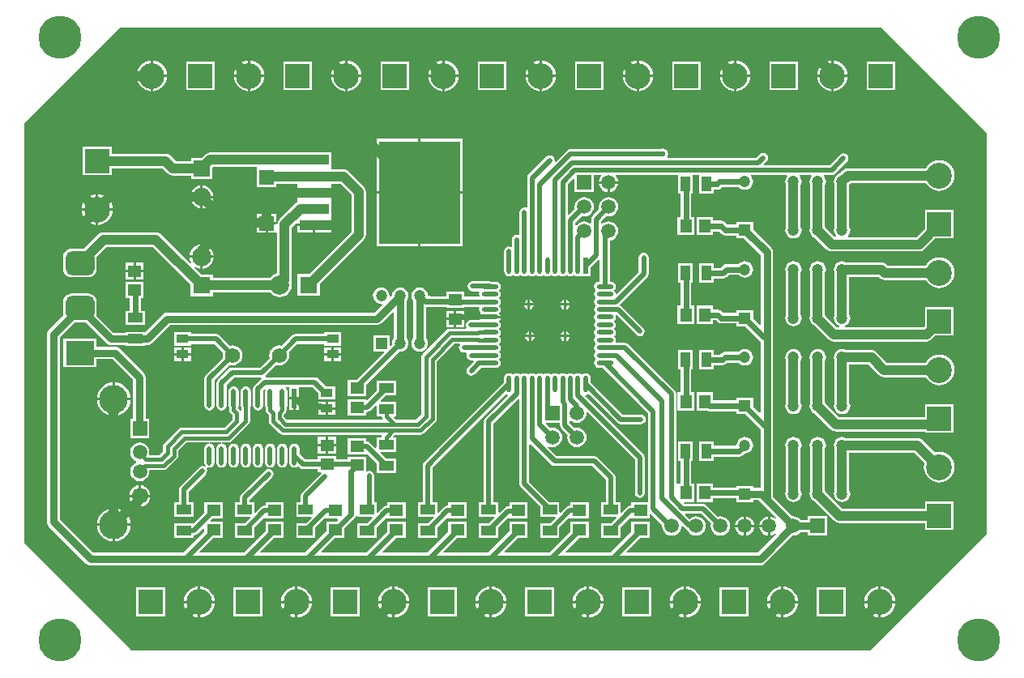
<source format=gtl>
%FSLAX25Y25*%
%MOIN*%
G70*
G01*
G75*
G04 Layer_Physical_Order=1*
G04 Layer_Color=255*
%ADD10R,0.05512X0.04724*%
%ADD11R,0.04921X0.03543*%
%ADD12R,0.33465X0.42126*%
%ADD13R,0.12205X0.04331*%
%ADD14R,0.05906X0.03937*%
%ADD15R,0.05906X0.05906*%
%ADD16R,0.01969X0.07874*%
%ADD17O,0.01969X0.07874*%
%ADD18R,0.03937X0.05906*%
%ADD19R,0.04724X0.05512*%
%ADD20R,0.01969X0.06890*%
%ADD21O,0.01969X0.06890*%
%ADD22O,0.06890X0.01969*%
%ADD23C,0.03937*%
%ADD24C,0.01969*%
%ADD25C,0.01000*%
%ADD26C,0.02362*%
%ADD27C,0.03150*%
%ADD28C,0.01575*%
%ADD29C,0.11811*%
%ADD30C,0.05906*%
%ADD31C,0.06693*%
%ADD32R,0.07087X0.07087*%
%ADD33C,0.07874*%
%ADD34R,0.07087X0.07087*%
%ADD35C,0.07480*%
%ADD36R,0.06693X0.06693*%
%ADD37C,0.10630*%
%ADD38R,0.09843X0.09843*%
%ADD39R,0.09843X0.09843*%
%ADD40C,0.17716*%
%ADD41C,0.04724*%
%ADD42R,0.04724X0.04724*%
G04:AMPARAMS|DCode=43|XSize=98.43mil|YSize=118.11mil|CornerRadius=24.61mil|HoleSize=0mil|Usage=FLASHONLY|Rotation=90.000|XOffset=0mil|YOffset=0mil|HoleType=Round|Shape=RoundedRectangle|*
%AMROUNDEDRECTD43*
21,1,0.09843,0.06890,0,0,90.0*
21,1,0.04921,0.11811,0,0,90.0*
1,1,0.04921,0.03445,0.02461*
1,1,0.04921,0.03445,-0.02461*
1,1,0.04921,-0.03445,-0.02461*
1,1,0.04921,-0.03445,0.02461*
%
%ADD43ROUNDEDRECTD43*%
%ADD44R,0.11811X0.09843*%
%ADD45C,0.04724*%
%ADD46R,0.04724X0.04724*%
%ADD47C,0.06200*%
%ADD48R,0.05906X0.05906*%
%ADD49C,0.01969*%
%ADD50C,0.02362*%
G36*
X579134Y414567D02*
X592126Y401575D01*
Y250394D01*
Y236614D01*
X563779Y208268D01*
X544095Y188583D01*
X240158D01*
X210236Y218504D01*
X196063Y232677D01*
Y400787D01*
Y405512D01*
X217717Y427165D01*
X235433Y444882D01*
X548819D01*
X579134Y414567D01*
D02*
G37*
%LPC*%
G36*
X320059Y272532D02*
X316803D01*
Y269669D01*
X320059D01*
Y272532D01*
D02*
G37*
G36*
X324315D02*
X321059D01*
Y269669D01*
X324315D01*
Y272532D01*
D02*
G37*
G36*
X302173Y273677D02*
X301399Y273523D01*
X300743Y273084D01*
X300304Y272428D01*
X300150Y271654D01*
Y265748D01*
X300304Y264974D01*
X300743Y264317D01*
X301399Y263879D01*
X302173Y263725D01*
X302947Y263879D01*
X303604Y264317D01*
X304042Y264974D01*
X304196Y265748D01*
Y271654D01*
X304042Y272428D01*
X303604Y273084D01*
X302947Y273523D01*
X302173Y273677D01*
D02*
G37*
G36*
X292173D02*
X291399Y273523D01*
X290743Y273084D01*
X290304Y272428D01*
X290150Y271654D01*
Y265748D01*
X290304Y264974D01*
X290743Y264317D01*
X291399Y263879D01*
X292173Y263725D01*
X292947Y263879D01*
X293604Y264317D01*
X294042Y264974D01*
X294196Y265748D01*
Y271654D01*
X294042Y272428D01*
X293604Y273084D01*
X292947Y273523D01*
X292173Y273677D01*
D02*
G37*
G36*
X297173D02*
X296399Y273523D01*
X295743Y273084D01*
X295304Y272428D01*
X295150Y271654D01*
Y265748D01*
X295304Y264974D01*
X295743Y264317D01*
X296399Y263879D01*
X297173Y263725D01*
X297947Y263879D01*
X298604Y264317D01*
X299042Y264974D01*
X299196Y265748D01*
Y271654D01*
X299042Y272428D01*
X298604Y273084D01*
X297947Y273523D01*
X297173Y273677D01*
D02*
G37*
G36*
X492500Y276391D02*
X491622Y276276D01*
X490804Y275937D01*
X490102Y275398D01*
X489563Y274696D01*
X489224Y273878D01*
X489109Y273000D01*
X487169Y272745D01*
X479598D01*
Y274474D01*
X473661D01*
Y266568D01*
X479598D01*
Y268297D01*
X490021D01*
X490021Y268297D01*
X490872Y268466D01*
X491593Y268948D01*
X492282Y269637D01*
X492500Y269609D01*
X493378Y269724D01*
X494196Y270063D01*
X494898Y270602D01*
X495437Y271304D01*
X495776Y272122D01*
X495891Y273000D01*
X495776Y273878D01*
X495437Y274696D01*
X494898Y275398D01*
X494196Y275937D01*
X493378Y276276D01*
X492500Y276391D01*
D02*
G37*
G36*
X522500Y312558D02*
X521622Y312442D01*
X520804Y312104D01*
X520102Y311565D01*
X519563Y310862D01*
X519224Y310044D01*
X519109Y309167D01*
X519224Y308289D01*
X519506Y307609D01*
Y290724D01*
X519224Y290044D01*
X519109Y289167D01*
X519224Y288289D01*
X519563Y287471D01*
X520102Y286769D01*
X520804Y286230D01*
X521484Y285948D01*
X527857Y279576D01*
X528477Y279100D01*
X528838Y278950D01*
X529199Y278801D01*
X529974Y278699D01*
X566579D01*
Y278079D01*
X578421D01*
Y289921D01*
X566579D01*
Y284687D01*
X531214D01*
X525718Y290183D01*
X525494Y290724D01*
Y307609D01*
X525776Y308289D01*
X525891Y309167D01*
X525776Y310044D01*
X525437Y310862D01*
X524898Y311565D01*
X524196Y312104D01*
X523378Y312442D01*
X522500Y312558D01*
D02*
G37*
G36*
X232354Y291508D02*
X225965D01*
X226049Y290654D01*
X226444Y289352D01*
X227085Y288153D01*
X227948Y287101D01*
X228999Y286238D01*
X230199Y285597D01*
X231501Y285202D01*
X232354Y285118D01*
Y291508D01*
D02*
G37*
G36*
X225819Y316921D02*
X212008D01*
Y305079D01*
X225819D01*
Y308403D01*
X232302D01*
X240738Y299968D01*
Y283874D01*
X239571D01*
Y275969D01*
X247476D01*
Y283874D01*
X245932D01*
Y301043D01*
X245843Y301715D01*
X245584Y302342D01*
X245171Y302880D01*
X235214Y312836D01*
X234677Y313249D01*
X234050Y313509D01*
X233378Y313597D01*
X225819D01*
Y316921D01*
D02*
G37*
G36*
X320059Y276394D02*
X316803D01*
Y273532D01*
X320059D01*
Y276394D01*
D02*
G37*
G36*
X324315D02*
X321059D01*
Y273532D01*
X324315D01*
Y276394D01*
D02*
G37*
G36*
X287173Y273677D02*
X286399Y273523D01*
X285743Y273084D01*
X285304Y272428D01*
X285150Y271654D01*
Y265748D01*
X285304Y264974D01*
X285743Y264317D01*
X286399Y263879D01*
X287173Y263725D01*
X287947Y263879D01*
X288604Y264317D01*
X289042Y264974D01*
X289196Y265748D01*
Y271654D01*
X289042Y272428D01*
X288604Y273084D01*
X287947Y273523D01*
X287173Y273677D01*
D02*
G37*
G36*
X296543Y263244D02*
X295769Y263090D01*
X295113Y262651D01*
X285303Y252842D01*
X284865Y252185D01*
X284711Y251411D01*
Y249606D01*
X282781D01*
Y243669D01*
X288912D01*
X289104Y243207D01*
X286841Y240945D01*
X282781D01*
Y235008D01*
X290687D01*
Y239068D01*
X294749Y243130D01*
X295211Y242939D01*
Y242724D01*
X302723D01*
Y249449D01*
X295211D01*
Y248110D01*
X294844D01*
X294070Y247956D01*
X293413Y247517D01*
X291148Y245252D01*
X290687Y245444D01*
Y249606D01*
X288757D01*
Y250573D01*
X297974Y259790D01*
X298412Y260446D01*
X298566Y261221D01*
X298412Y261995D01*
X297974Y262651D01*
X297318Y263090D01*
X296543Y263244D01*
D02*
G37*
G36*
X243024Y251665D02*
X239206D01*
X239289Y251031D01*
X239727Y249973D01*
X240424Y249065D01*
X241332Y248369D01*
X242389Y247931D01*
X243024Y247847D01*
Y251665D01*
D02*
G37*
G36*
X233354Y247165D02*
Y240776D01*
X239744D01*
X239660Y241629D01*
X239265Y242931D01*
X238624Y244131D01*
X237761Y245182D01*
X236709Y246045D01*
X235510Y246686D01*
X234208Y247081D01*
X233354Y247165D01*
D02*
G37*
G36*
X501941Y243685D02*
X501409Y243615D01*
X500448Y243216D01*
X499622Y242583D01*
X498988Y241757D01*
X498590Y240796D01*
X498520Y240264D01*
X501941D01*
Y243685D01*
D02*
G37*
G36*
X232354Y247165D02*
X231501Y247081D01*
X230199Y246686D01*
X228999Y246045D01*
X227948Y245182D01*
X227085Y244131D01*
X226444Y242931D01*
X226049Y241629D01*
X225965Y240776D01*
X232354D01*
Y247165D01*
D02*
G37*
G36*
X247842Y251665D02*
X244024D01*
Y247847D01*
X244658Y247931D01*
X245716Y248369D01*
X246623Y249065D01*
X247320Y249973D01*
X247758Y251031D01*
X247842Y251665D01*
D02*
G37*
G36*
X532500Y276391D02*
X531622Y276276D01*
X530804Y275937D01*
X530102Y275398D01*
X529563Y274696D01*
X529224Y273878D01*
X529109Y273000D01*
X529224Y272122D01*
X529506Y271443D01*
Y254557D01*
X529224Y253878D01*
X529109Y253000D01*
X529224Y252122D01*
X529563Y251304D01*
X530102Y250602D01*
X530804Y250063D01*
X531622Y249724D01*
X532500Y249609D01*
X533378Y249724D01*
X534196Y250063D01*
X534898Y250602D01*
X535437Y251304D01*
X535776Y252122D01*
X535891Y253000D01*
X535776Y253878D01*
X535494Y254557D01*
Y270006D01*
X562260D01*
X566451Y265814D01*
X566276Y265238D01*
X566154Y264000D01*
X566276Y262762D01*
X566638Y261572D01*
X567224Y260475D01*
X568013Y259513D01*
X568975Y258724D01*
X570072Y258137D01*
X571262Y257776D01*
X572500Y257655D01*
X573738Y257776D01*
X574928Y258137D01*
X576025Y258724D01*
X576987Y259513D01*
X577776Y260475D01*
X578363Y261572D01*
X578724Y262762D01*
X578846Y264000D01*
X578724Y265238D01*
X578363Y266428D01*
X577776Y267525D01*
X576987Y268487D01*
X576025Y269276D01*
X574928Y269863D01*
X573738Y270224D01*
X572500Y270345D01*
X571262Y270224D01*
X570686Y270049D01*
X565617Y275117D01*
X564997Y275593D01*
X564486Y275804D01*
X564275Y275892D01*
X563500Y275994D01*
X534057D01*
X533378Y276276D01*
X532500Y276391D01*
D02*
G37*
G36*
X282173Y273677D02*
X281399Y273523D01*
X280743Y273084D01*
X280304Y272428D01*
X280150Y271654D01*
Y265748D01*
X280304Y264974D01*
X280743Y264317D01*
X281399Y263879D01*
X282173Y263725D01*
X282947Y263879D01*
X283604Y264317D01*
X284042Y264974D01*
X284196Y265748D01*
Y271654D01*
X284042Y272428D01*
X283604Y273084D01*
X282947Y273523D01*
X282173Y273677D01*
D02*
G37*
G36*
X244024Y256484D02*
Y252665D01*
X247842D01*
X247758Y253300D01*
X247320Y254357D01*
X246623Y255265D01*
X245716Y255962D01*
X244658Y256400D01*
X244024Y256484D01*
D02*
G37*
G36*
X512500Y276391D02*
X511622Y276276D01*
X510804Y275937D01*
X510102Y275398D01*
X509563Y274696D01*
X509224Y273878D01*
X509109Y273000D01*
X509224Y272122D01*
X509506Y271443D01*
Y254557D01*
X509224Y253878D01*
X509109Y253000D01*
X509224Y252122D01*
X509563Y251304D01*
X510102Y250602D01*
X510804Y250063D01*
X511622Y249724D01*
X512500Y249609D01*
X513378Y249724D01*
X514196Y250063D01*
X514898Y250602D01*
X515437Y251304D01*
X515776Y252122D01*
X515891Y253000D01*
X515776Y253878D01*
X515494Y254557D01*
Y271443D01*
X515776Y272122D01*
X515891Y273000D01*
X515776Y273878D01*
X515437Y274696D01*
X514898Y275398D01*
X514196Y275937D01*
X513378Y276276D01*
X512500Y276391D01*
D02*
G37*
G36*
X243024Y256484D02*
X242389Y256400D01*
X241332Y255962D01*
X240424Y255265D01*
X239727Y254357D01*
X239289Y253300D01*
X239206Y252665D01*
X243024D01*
Y256484D01*
D02*
G37*
G36*
X239744Y291508D02*
X233354D01*
Y285118D01*
X234208Y285202D01*
X235510Y285597D01*
X236709Y286238D01*
X237761Y287101D01*
X238624Y288153D01*
X239265Y289352D01*
X239660Y290654D01*
X239744Y291508D01*
D02*
G37*
G36*
X322421Y309933D02*
X319461D01*
Y307661D01*
X322421D01*
Y309933D01*
D02*
G37*
G36*
X326382D02*
X323421D01*
Y307661D01*
X326382D01*
Y309933D01*
D02*
G37*
G36*
X264571D02*
X261610D01*
Y307661D01*
X264571D01*
Y309933D01*
D02*
G37*
G36*
Y319504D02*
X257650D01*
Y313961D01*
X264571D01*
Y314709D01*
X274131D01*
X277685Y311154D01*
X277667Y311110D01*
X277526Y310039D01*
X277667Y308969D01*
X277685Y308925D01*
X270743Y301982D01*
X270304Y301325D01*
X270150Y300551D01*
Y295276D01*
Y292323D01*
Y289370D01*
X270304Y288596D01*
X270743Y287940D01*
X271399Y287501D01*
X272173Y287347D01*
X272947Y287501D01*
X273604Y287940D01*
X274042Y288596D01*
X274196Y289370D01*
Y295276D01*
Y299713D01*
X280546Y306063D01*
X280591Y306045D01*
X281661Y305904D01*
X282732Y306045D01*
X283729Y306458D01*
X284586Y307115D01*
X285243Y307972D01*
X285656Y308969D01*
X285797Y310039D01*
X285656Y311110D01*
X285243Y312107D01*
X284586Y312964D01*
X283729Y313621D01*
X282732Y314034D01*
X281661Y314175D01*
X280591Y314034D01*
X280546Y314015D01*
X276399Y318163D01*
X275743Y318601D01*
X274969Y318755D01*
X264571D01*
Y319504D01*
D02*
G37*
G36*
X260610Y309933D02*
X257650D01*
Y307661D01*
X260610D01*
Y309933D01*
D02*
G37*
G36*
Y313205D02*
X257650D01*
Y310933D01*
X260610D01*
Y313205D01*
D02*
G37*
G36*
X492500Y312558D02*
X491622Y312442D01*
X490804Y312104D01*
X490102Y311565D01*
X489968Y311390D01*
X484253D01*
X484253Y311390D01*
X483402Y311221D01*
X483113Y311028D01*
X482681Y310739D01*
X482681Y310739D01*
X482310Y310369D01*
X479598D01*
Y312098D01*
X473661D01*
Y304192D01*
X479598D01*
Y305921D01*
X483232D01*
X483232Y305921D01*
X484083Y306090D01*
X484804Y306573D01*
X485174Y306943D01*
X489968D01*
X490102Y306769D01*
X490804Y306230D01*
X491622Y305891D01*
X492500Y305775D01*
X493378Y305891D01*
X494196Y306230D01*
X494898Y306769D01*
X495437Y307471D01*
X495776Y308289D01*
X495891Y309167D01*
X495776Y310044D01*
X495437Y310862D01*
X494898Y311565D01*
X494196Y312104D01*
X493378Y312442D01*
X492500Y312558D01*
D02*
G37*
G36*
X403524Y317413D02*
X402100D01*
X402154Y317139D01*
X402593Y316483D01*
X403249Y316044D01*
X403524Y315990D01*
Y317413D01*
D02*
G37*
G36*
X326382Y313205D02*
X323421D01*
Y310933D01*
X326382D01*
Y313205D01*
D02*
G37*
G36*
X264571D02*
X261610D01*
Y310933D01*
X264571D01*
Y313205D01*
D02*
G37*
G36*
X322421D02*
X319461D01*
Y310933D01*
X322421D01*
Y313205D01*
D02*
G37*
G36*
X532500Y312558D02*
X531622Y312442D01*
X530804Y312104D01*
X530102Y311565D01*
X529563Y310862D01*
X529224Y310044D01*
X529109Y309167D01*
X529224Y308289D01*
X529506Y307609D01*
Y290724D01*
X529224Y290044D01*
X529109Y289167D01*
X529224Y288289D01*
X529563Y287471D01*
X530102Y286769D01*
X530804Y286230D01*
X531622Y285891D01*
X532500Y285775D01*
X533378Y285891D01*
X534196Y286230D01*
X534898Y286769D01*
X535437Y287471D01*
X535776Y288289D01*
X535891Y289167D01*
X535776Y290044D01*
X535494Y290724D01*
Y306172D01*
X543420D01*
X547710Y301883D01*
X548330Y301407D01*
X548629Y301283D01*
X549052Y301108D01*
X549827Y301006D01*
X566940D01*
X567224Y300475D01*
X568013Y299513D01*
X568975Y298724D01*
X570072Y298137D01*
X571262Y297776D01*
X572500Y297655D01*
X573738Y297776D01*
X574928Y298137D01*
X576025Y298724D01*
X576987Y299513D01*
X577776Y300475D01*
X578363Y301572D01*
X578724Y302762D01*
X578846Y304000D01*
X578724Y305238D01*
X578363Y306428D01*
X577776Y307525D01*
X576987Y308487D01*
X576025Y309276D01*
X574928Y309862D01*
X573738Y310224D01*
X572500Y310346D01*
X571262Y310224D01*
X570072Y309862D01*
X568975Y309276D01*
X568013Y308487D01*
X567224Y307525D01*
X566940Y306994D01*
X551067D01*
X546777Y311284D01*
X546157Y311760D01*
X545647Y311971D01*
X545435Y312059D01*
X544660Y312161D01*
X534057D01*
X533378Y312442D01*
X532500Y312558D01*
D02*
G37*
G36*
X287173Y297299D02*
X286399Y297145D01*
X285743Y296706D01*
X285304Y296050D01*
X285150Y295276D01*
Y289370D01*
X285304Y288596D01*
X285351Y288526D01*
Y287326D01*
X284872Y287181D01*
X284675Y287477D01*
X284674Y287477D01*
X283996Y288156D01*
Y288526D01*
X284042Y288596D01*
X284196Y289370D01*
Y295276D01*
X284042Y296050D01*
X283604Y296706D01*
X282947Y297145D01*
X282173Y297299D01*
X281399Y297145D01*
X280743Y296706D01*
X280304Y296050D01*
X280150Y295276D01*
Y289370D01*
X280304Y288596D01*
X280351Y288526D01*
Y287401D01*
X280351Y287401D01*
X280489Y286704D01*
X280885Y286112D01*
X281563Y285434D01*
Y283629D01*
X278300Y280366D01*
X260831D01*
X260134Y280227D01*
X259542Y279832D01*
X259542Y279832D01*
X253703Y273993D01*
X253308Y273402D01*
X253170Y272704D01*
X253170Y272704D01*
Y270522D01*
X251596Y268948D01*
X247741D01*
X247411Y269324D01*
X247511Y270079D01*
X247375Y271111D01*
X246976Y272072D01*
X246343Y272898D01*
X245517Y273531D01*
X244555Y273930D01*
X243524Y274066D01*
X242492Y273930D01*
X241530Y273531D01*
X240704Y272898D01*
X240071Y272072D01*
X239673Y271111D01*
X239537Y270079D01*
X239673Y269047D01*
X240071Y268085D01*
X240704Y267260D01*
X241530Y266626D01*
X242096Y266392D01*
Y265892D01*
X241530Y265657D01*
X240704Y265024D01*
X240071Y264198D01*
X239673Y263237D01*
X239537Y262205D01*
X239673Y261173D01*
X240071Y260211D01*
X240704Y259386D01*
X241530Y258752D01*
X242492Y258354D01*
X243524Y258218D01*
X244555Y258354D01*
X245517Y258752D01*
X246343Y259386D01*
X246976Y260211D01*
X247375Y261173D01*
X247511Y262205D01*
X247491Y262353D01*
X247821Y262729D01*
X253417D01*
X253417Y262729D01*
X254115Y262867D01*
X254706Y263263D01*
X258856Y267412D01*
X258856Y267412D01*
X259092Y267767D01*
X259251Y268003D01*
X259389Y268701D01*
X259389Y268701D01*
X259389Y268701D01*
Y268701D01*
Y270883D01*
X262652Y274146D01*
X271983D01*
X272032Y273649D01*
X272032Y273649D01*
X272032D01*
X271399Y273523D01*
X270743Y273084D01*
X270304Y272428D01*
X270150Y271654D01*
Y265748D01*
X270304Y264974D01*
X270617Y264505D01*
X270264Y264151D01*
X270085Y264271D01*
X269311Y264425D01*
X268537Y264271D01*
X267881Y263832D01*
X260207Y256159D01*
X259769Y255503D01*
X259615Y254728D01*
Y249606D01*
X257685D01*
Y243669D01*
X265591D01*
Y249606D01*
X263661D01*
Y253890D01*
X270742Y260971D01*
X271180Y261627D01*
X271334Y262402D01*
X271180Y263176D01*
X270867Y263645D01*
X271220Y263998D01*
X271399Y263879D01*
X272173Y263725D01*
X272947Y263879D01*
X273604Y264317D01*
X274042Y264974D01*
X274196Y265748D01*
Y271654D01*
X274042Y272428D01*
X273604Y273084D01*
X272947Y273523D01*
X272315Y273649D01*
X272364Y274146D01*
X276983D01*
X277032Y273649D01*
X277032Y273649D01*
X277032D01*
X276399Y273523D01*
X275743Y273084D01*
X275304Y272428D01*
X275150Y271654D01*
Y265748D01*
X275304Y264974D01*
X275743Y264317D01*
X276399Y263879D01*
X277173Y263725D01*
X277947Y263879D01*
X278604Y264317D01*
X279042Y264974D01*
X279196Y265748D01*
Y271654D01*
X279042Y272428D01*
X278604Y273084D01*
X277947Y273523D01*
X277315Y273649D01*
X277364Y274146D01*
X280122D01*
X280122Y274146D01*
X280819Y274285D01*
X281410Y274680D01*
X288462Y281731D01*
X288462Y281731D01*
X288699Y282086D01*
X288857Y282323D01*
X288996Y283020D01*
Y288526D01*
X289042Y288596D01*
X289196Y289370D01*
Y295276D01*
X289042Y296050D01*
X288604Y296706D01*
X287947Y297145D01*
X287173Y297299D01*
D02*
G37*
G36*
X470937Y312098D02*
X465000D01*
Y304192D01*
X465981D01*
Y294774D01*
X464843D01*
Y287262D01*
X471567D01*
Y294774D01*
X470429D01*
Y304192D01*
X470937D01*
Y312098D01*
D02*
G37*
G36*
X512500Y312558D02*
X511622Y312442D01*
X510804Y312104D01*
X510102Y311565D01*
X509563Y310862D01*
X509224Y310044D01*
X509109Y309167D01*
X509224Y308289D01*
X509506Y307609D01*
Y290724D01*
X509224Y290044D01*
X509109Y289167D01*
X509224Y288289D01*
X509563Y287471D01*
X510102Y286769D01*
X510804Y286230D01*
X511622Y285891D01*
X512500Y285775D01*
X513378Y285891D01*
X514196Y286230D01*
X514898Y286769D01*
X515437Y287471D01*
X515776Y288289D01*
X515891Y289167D01*
X515776Y290044D01*
X515494Y290724D01*
Y307609D01*
X515776Y308289D01*
X515891Y309167D01*
X515776Y310044D01*
X515437Y310862D01*
X514898Y311565D01*
X514196Y312104D01*
X513378Y312442D01*
X512500Y312558D01*
D02*
G37*
G36*
X319972Y287689D02*
X317012D01*
Y285417D01*
X319972D01*
Y287689D01*
D02*
G37*
G36*
X323933D02*
X320972D01*
Y285417D01*
X323933D01*
Y287689D01*
D02*
G37*
G36*
X306673Y291823D02*
X305189D01*
Y287386D01*
X306673D01*
Y291823D01*
D02*
G37*
G36*
X232354Y298898D02*
X231501Y298814D01*
X230199Y298419D01*
X228999Y297777D01*
X227948Y296914D01*
X227085Y295863D01*
X226444Y294663D01*
X226049Y293362D01*
X225965Y292508D01*
X232354D01*
Y298898D01*
D02*
G37*
G36*
X233354D02*
Y292508D01*
X239744D01*
X239660Y293362D01*
X239265Y294663D01*
X238624Y295863D01*
X237761Y296914D01*
X236709Y297777D01*
X235510Y298419D01*
X234208Y298814D01*
X233354Y298898D01*
D02*
G37*
G36*
X323933Y290961D02*
X320972D01*
Y288689D01*
X323933D01*
Y290961D01*
D02*
G37*
G36*
X309157Y291823D02*
X307673D01*
Y287386D01*
X309157D01*
Y291823D01*
D02*
G37*
G36*
X319972Y290961D02*
X317012D01*
Y288689D01*
X319972D01*
Y290961D01*
D02*
G37*
G36*
X492941Y243685D02*
Y240264D01*
X496362D01*
X496292Y240796D01*
X495894Y241757D01*
X495260Y242583D01*
X494434Y243216D01*
X493473Y243615D01*
X492941Y243685D01*
D02*
G37*
G36*
X554296Y208000D02*
X548500D01*
Y202204D01*
X549238Y202276D01*
X550428Y202638D01*
X551525Y203224D01*
X552487Y204013D01*
X553276Y204975D01*
X553862Y206072D01*
X554224Y207262D01*
X554296Y208000D01*
D02*
G37*
G36*
X253921Y214421D02*
X242079D01*
Y202579D01*
X253921D01*
Y214421D01*
D02*
G37*
G36*
X547500Y208000D02*
X541704D01*
X541776Y207262D01*
X542137Y206072D01*
X542724Y204975D01*
X543513Y204013D01*
X544475Y203224D01*
X545572Y202638D01*
X546762Y202276D01*
X547500Y202204D01*
Y208000D01*
D02*
G37*
G36*
X507500D02*
X501704D01*
X501776Y207262D01*
X502138Y206072D01*
X502724Y204975D01*
X503513Y204013D01*
X504475Y203224D01*
X505572Y202638D01*
X506762Y202276D01*
X507500Y202204D01*
Y208000D01*
D02*
G37*
G36*
X514296D02*
X508500D01*
Y202204D01*
X509238Y202276D01*
X510428Y202638D01*
X511525Y203224D01*
X512487Y204013D01*
X513276Y204975D01*
X513863Y206072D01*
X514224Y207262D01*
X514296Y208000D01*
D02*
G37*
G36*
X293921Y214421D02*
X282079D01*
Y202579D01*
X293921D01*
Y214421D01*
D02*
G37*
G36*
X453921D02*
X442079D01*
Y202579D01*
X453921D01*
Y214421D01*
D02*
G37*
G36*
X493921D02*
X482079D01*
Y202579D01*
X493921D01*
Y214421D01*
D02*
G37*
G36*
X413921D02*
X402079D01*
Y202579D01*
X413921D01*
Y214421D01*
D02*
G37*
G36*
X333921D02*
X322079D01*
Y202579D01*
X333921D01*
Y214421D01*
D02*
G37*
G36*
X373921D02*
X362079D01*
Y202579D01*
X373921D01*
Y214421D01*
D02*
G37*
G36*
X474296Y208000D02*
X468500D01*
Y202204D01*
X469238Y202276D01*
X470428Y202638D01*
X471525Y203224D01*
X472487Y204013D01*
X473276Y204975D01*
X473863Y206072D01*
X474224Y207262D01*
X474296Y208000D01*
D02*
G37*
G36*
X314296D02*
X308500D01*
Y202204D01*
X309238Y202276D01*
X310428Y202638D01*
X311525Y203224D01*
X312487Y204013D01*
X313276Y204975D01*
X313862Y206072D01*
X314224Y207262D01*
X314296Y208000D01*
D02*
G37*
G36*
X347500D02*
X341704D01*
X341776Y207262D01*
X342138Y206072D01*
X342724Y204975D01*
X343513Y204013D01*
X344475Y203224D01*
X345572Y202638D01*
X346762Y202276D01*
X347500Y202204D01*
Y208000D01*
D02*
G37*
G36*
X307500D02*
X301704D01*
X301776Y207262D01*
X302137Y206072D01*
X302724Y204975D01*
X303513Y204013D01*
X304475Y203224D01*
X305572Y202638D01*
X306762Y202276D01*
X307500Y202204D01*
Y208000D01*
D02*
G37*
G36*
X267500D02*
X261704D01*
X261776Y207262D01*
X262138Y206072D01*
X262724Y204975D01*
X263513Y204013D01*
X264475Y203224D01*
X265572Y202638D01*
X266762Y202276D01*
X267500Y202204D01*
Y208000D01*
D02*
G37*
G36*
X274296D02*
X268500D01*
Y202204D01*
X269238Y202276D01*
X270428Y202638D01*
X271525Y203224D01*
X272487Y204013D01*
X273276Y204975D01*
X273863Y206072D01*
X274224Y207262D01*
X274296Y208000D01*
D02*
G37*
G36*
X354296D02*
X348500D01*
Y202204D01*
X349238Y202276D01*
X350428Y202638D01*
X351525Y203224D01*
X352487Y204013D01*
X353276Y204975D01*
X353863Y206072D01*
X354224Y207262D01*
X354296Y208000D01*
D02*
G37*
G36*
X434296D02*
X428500D01*
Y202204D01*
X429238Y202276D01*
X430428Y202638D01*
X431525Y203224D01*
X432487Y204013D01*
X433276Y204975D01*
X433862Y206072D01*
X434224Y207262D01*
X434296Y208000D01*
D02*
G37*
G36*
X467500D02*
X461704D01*
X461776Y207262D01*
X462138Y206072D01*
X462724Y204975D01*
X463513Y204013D01*
X464475Y203224D01*
X465572Y202638D01*
X466762Y202276D01*
X467500Y202204D01*
Y208000D01*
D02*
G37*
G36*
X427500D02*
X421704D01*
X421776Y207262D01*
X422137Y206072D01*
X422724Y204975D01*
X423513Y204013D01*
X424475Y203224D01*
X425572Y202638D01*
X426762Y202276D01*
X427500Y202204D01*
Y208000D01*
D02*
G37*
G36*
X387500D02*
X381704D01*
X381776Y207262D01*
X382137Y206072D01*
X382724Y204975D01*
X383513Y204013D01*
X384475Y203224D01*
X385572Y202638D01*
X386762Y202276D01*
X387500Y202204D01*
Y208000D01*
D02*
G37*
G36*
X394296D02*
X388500D01*
Y202204D01*
X389238Y202276D01*
X390428Y202638D01*
X391525Y203224D01*
X392487Y204013D01*
X393276Y204975D01*
X393863Y206072D01*
X394224Y207262D01*
X394296Y208000D01*
D02*
G37*
G36*
X533921Y214421D02*
X522079D01*
Y202579D01*
X533921D01*
Y214421D01*
D02*
G37*
G36*
X548500Y214796D02*
Y209000D01*
X554296D01*
X554224Y209738D01*
X553862Y210928D01*
X553276Y212025D01*
X552487Y212987D01*
X551525Y213776D01*
X550428Y214363D01*
X549238Y214724D01*
X548500Y214796D01*
D02*
G37*
G36*
X232354Y239776D02*
X225965D01*
X226049Y238922D01*
X226444Y237620D01*
X227085Y236420D01*
X227948Y235369D01*
X228999Y234506D01*
X230199Y233865D01*
X231501Y233470D01*
X232354Y233386D01*
Y239776D01*
D02*
G37*
G36*
X547500Y214796D02*
X546762Y214724D01*
X545572Y214363D01*
X544475Y213776D01*
X543513Y212987D01*
X542724Y212025D01*
X542137Y210928D01*
X541776Y209738D01*
X541704Y209000D01*
X547500D01*
Y214796D01*
D02*
G37*
G36*
X507500D02*
X506762Y214724D01*
X505572Y214363D01*
X504475Y213776D01*
X503513Y212987D01*
X502724Y212025D01*
X502138Y210928D01*
X501776Y209738D01*
X501704Y209000D01*
X507500D01*
Y214796D01*
D02*
G37*
G36*
X508500D02*
Y209000D01*
X514296D01*
X514224Y209738D01*
X513863Y210928D01*
X513276Y212025D01*
X512487Y212987D01*
X511525Y213776D01*
X510428Y214363D01*
X509238Y214724D01*
X508500Y214796D01*
D02*
G37*
G36*
X239744Y239776D02*
X233354D01*
Y233386D01*
X234208Y233470D01*
X235510Y233865D01*
X236709Y234506D01*
X237761Y235369D01*
X238624Y236420D01*
X239265Y237620D01*
X239660Y238922D01*
X239744Y239776D01*
D02*
G37*
G36*
X522500Y276391D02*
X521622Y276276D01*
X520804Y275937D01*
X520102Y275398D01*
X519563Y274696D01*
X519224Y273878D01*
X519109Y273000D01*
X519224Y272122D01*
X519506Y271443D01*
Y254557D01*
X519224Y253878D01*
X519109Y253000D01*
X519224Y252122D01*
X519563Y251304D01*
X520102Y250602D01*
X520804Y250063D01*
X521484Y249782D01*
X529383Y241883D01*
X530003Y241407D01*
X530514Y241196D01*
X530725Y241108D01*
X531500Y241006D01*
X566579D01*
Y238079D01*
X578421D01*
Y249921D01*
X566579D01*
Y246994D01*
X532740D01*
X525718Y254016D01*
X525494Y254557D01*
Y271443D01*
X525776Y272122D01*
X525891Y273000D01*
X525776Y273878D01*
X525437Y274696D01*
X524898Y275398D01*
X524196Y275937D01*
X523378Y276276D01*
X522500Y276391D01*
D02*
G37*
G36*
X491941Y243685D02*
X491409Y243615D01*
X490448Y243216D01*
X489622Y242583D01*
X488988Y241757D01*
X488590Y240796D01*
X488520Y240264D01*
X491941D01*
Y243685D01*
D02*
G37*
G36*
X501941Y239264D02*
X498520D01*
X498590Y238732D01*
X498988Y237770D01*
X499622Y236945D01*
X500448Y236311D01*
X501409Y235913D01*
X501941Y235843D01*
Y239264D01*
D02*
G37*
G36*
X491941D02*
X488520D01*
X488590Y238732D01*
X488988Y237770D01*
X489622Y236945D01*
X490448Y236311D01*
X491409Y235913D01*
X491941Y235843D01*
Y239264D01*
D02*
G37*
G36*
X496362D02*
X492941D01*
Y235843D01*
X493473Y235913D01*
X494434Y236311D01*
X495260Y236945D01*
X495894Y237770D01*
X496292Y238732D01*
X496362Y239264D01*
D02*
G37*
G36*
X468500Y214796D02*
Y209000D01*
X474296D01*
X474224Y209738D01*
X473863Y210928D01*
X473276Y212025D01*
X472487Y212987D01*
X471525Y213776D01*
X470428Y214363D01*
X469238Y214724D01*
X468500Y214796D01*
D02*
G37*
G36*
X308500D02*
Y209000D01*
X314296D01*
X314224Y209738D01*
X313862Y210928D01*
X313276Y212025D01*
X312487Y212987D01*
X311525Y213776D01*
X310428Y214363D01*
X309238Y214724D01*
X308500Y214796D01*
D02*
G37*
G36*
X347500D02*
X346762Y214724D01*
X345572Y214363D01*
X344475Y213776D01*
X343513Y212987D01*
X342724Y212025D01*
X342138Y210928D01*
X341776Y209738D01*
X341704Y209000D01*
X347500D01*
Y214796D01*
D02*
G37*
G36*
X307500D02*
X306762Y214724D01*
X305572Y214363D01*
X304475Y213776D01*
X303513Y212987D01*
X302724Y212025D01*
X302137Y210928D01*
X301776Y209738D01*
X301704Y209000D01*
X307500D01*
Y214796D01*
D02*
G37*
G36*
X267500D02*
X266762Y214724D01*
X265572Y214363D01*
X264475Y213776D01*
X263513Y212987D01*
X262724Y212025D01*
X262138Y210928D01*
X261776Y209738D01*
X261704Y209000D01*
X267500D01*
Y214796D01*
D02*
G37*
G36*
X268500D02*
Y209000D01*
X274296D01*
X274224Y209738D01*
X273863Y210928D01*
X273276Y212025D01*
X272487Y212987D01*
X271525Y213776D01*
X270428Y214363D01*
X269238Y214724D01*
X268500Y214796D01*
D02*
G37*
G36*
X348500D02*
Y209000D01*
X354296D01*
X354224Y209738D01*
X353863Y210928D01*
X353276Y212025D01*
X352487Y212987D01*
X351525Y213776D01*
X350428Y214363D01*
X349238Y214724D01*
X348500Y214796D01*
D02*
G37*
G36*
X428500D02*
Y209000D01*
X434296D01*
X434224Y209738D01*
X433862Y210928D01*
X433276Y212025D01*
X432487Y212987D01*
X431525Y213776D01*
X430428Y214363D01*
X429238Y214724D01*
X428500Y214796D01*
D02*
G37*
G36*
X467500D02*
X466762Y214724D01*
X465572Y214363D01*
X464475Y213776D01*
X463513Y212987D01*
X462724Y212025D01*
X462138Y210928D01*
X461776Y209738D01*
X461704Y209000D01*
X467500D01*
Y214796D01*
D02*
G37*
G36*
X427500D02*
X426762Y214724D01*
X425572Y214363D01*
X424475Y213776D01*
X423513Y212987D01*
X422724Y212025D01*
X422137Y210928D01*
X421776Y209738D01*
X421704Y209000D01*
X427500D01*
Y214796D01*
D02*
G37*
G36*
X387500D02*
X386762Y214724D01*
X385572Y214363D01*
X384475Y213776D01*
X383513Y212987D01*
X382724Y212025D01*
X382137Y210928D01*
X381776Y209738D01*
X381704Y209000D01*
X387500D01*
Y214796D01*
D02*
G37*
G36*
X388500D02*
Y209000D01*
X394296D01*
X394224Y209738D01*
X393863Y210928D01*
X393276Y212025D01*
X392487Y212987D01*
X391525Y213776D01*
X390428Y214363D01*
X389238Y214724D01*
X388500Y214796D01*
D02*
G37*
G36*
X454796Y424500D02*
X449000D01*
Y418704D01*
X449738Y418776D01*
X450928Y419137D01*
X452025Y419724D01*
X452987Y420513D01*
X453776Y421475D01*
X454362Y422572D01*
X454724Y423762D01*
X454796Y424500D01*
D02*
G37*
G36*
X488000D02*
X482204D01*
X482276Y423762D01*
X482638Y422572D01*
X483224Y421475D01*
X484013Y420513D01*
X484975Y419724D01*
X486072Y419137D01*
X487262Y418776D01*
X488000Y418704D01*
Y424500D01*
D02*
G37*
G36*
X494796D02*
X489000D01*
Y418704D01*
X489738Y418776D01*
X490928Y419137D01*
X492025Y419724D01*
X492987Y420513D01*
X493776Y421475D01*
X494362Y422572D01*
X494724Y423762D01*
X494796Y424500D01*
D02*
G37*
G36*
X408000D02*
X402204D01*
X402276Y423762D01*
X402637Y422572D01*
X403224Y421475D01*
X404013Y420513D01*
X404975Y419724D01*
X406072Y419137D01*
X407262Y418776D01*
X408000Y418704D01*
Y424500D01*
D02*
G37*
G36*
X414796D02*
X409000D01*
Y418704D01*
X409738Y418776D01*
X410928Y419137D01*
X412025Y419724D01*
X412987Y420513D01*
X413776Y421475D01*
X414362Y422572D01*
X414724Y423762D01*
X414796Y424500D01*
D02*
G37*
G36*
X448000D02*
X442204D01*
X442276Y423762D01*
X442637Y422572D01*
X443224Y421475D01*
X444013Y420513D01*
X444975Y419724D01*
X446072Y419137D01*
X447262Y418776D01*
X448000Y418704D01*
Y424500D01*
D02*
G37*
G36*
X294796D02*
X289000D01*
Y418704D01*
X289738Y418776D01*
X290928Y419137D01*
X292025Y419724D01*
X292987Y420513D01*
X293776Y421475D01*
X294362Y422572D01*
X294724Y423762D01*
X294796Y424500D01*
D02*
G37*
G36*
X328000D02*
X322204D01*
X322276Y423762D01*
X322638Y422572D01*
X323224Y421475D01*
X324013Y420513D01*
X324975Y419724D01*
X326072Y419137D01*
X327262Y418776D01*
X328000Y418704D01*
Y424500D01*
D02*
G37*
G36*
X334796D02*
X329000D01*
Y418704D01*
X329738Y418776D01*
X330928Y419137D01*
X332025Y419724D01*
X332987Y420513D01*
X333776Y421475D01*
X334363Y422572D01*
X334724Y423762D01*
X334796Y424500D01*
D02*
G37*
G36*
X248000D02*
X242204D01*
X242276Y423762D01*
X242637Y422572D01*
X243224Y421475D01*
X244013Y420513D01*
X244975Y419724D01*
X246072Y419137D01*
X247262Y418776D01*
X248000Y418704D01*
Y424500D01*
D02*
G37*
G36*
X254796D02*
X249000D01*
Y418704D01*
X249738Y418776D01*
X250928Y419137D01*
X252025Y419724D01*
X252987Y420513D01*
X253776Y421475D01*
X254363Y422572D01*
X254724Y423762D01*
X254796Y424500D01*
D02*
G37*
G36*
X288000D02*
X282204D01*
X282276Y423762D01*
X282638Y422572D01*
X283224Y421475D01*
X284013Y420513D01*
X284975Y419724D01*
X286072Y419137D01*
X287262Y418776D01*
X288000Y418704D01*
Y424500D01*
D02*
G37*
G36*
X435878Y380602D02*
X432457D01*
X432527Y380070D01*
X432925Y379109D01*
X433559Y378283D01*
X434384Y377650D01*
X435346Y377251D01*
X435878Y377181D01*
Y380602D01*
D02*
G37*
G36*
X440299D02*
X436878D01*
Y377181D01*
X437410Y377251D01*
X438371Y377650D01*
X439197Y378283D01*
X439831Y379109D01*
X440229Y380070D01*
X440299Y380602D01*
D02*
G37*
G36*
X358154Y399063D02*
X340921D01*
Y377500D01*
X358154D01*
Y399063D01*
D02*
G37*
G36*
X322449Y376500D02*
X308244D01*
Y373835D01*
X308244Y373835D01*
X308244Y373464D01*
X308244D01*
Y372968D01*
X308062Y372892D01*
X307442Y372416D01*
X301032Y366007D01*
X300557Y365387D01*
X300345Y364876D01*
X300257Y364665D01*
X300208Y364285D01*
X299709Y364318D01*
Y363870D01*
X296256D01*
Y360417D01*
X299709D01*
Y360417D01*
X299802D01*
X300155Y360064D01*
Y343844D01*
X299900Y343810D01*
X298699Y343313D01*
X297668Y342521D01*
X297264Y341994D01*
X273528D01*
Y343323D01*
X268675D01*
X265869Y346129D01*
X266199Y346505D01*
X266494Y346278D01*
X267695Y345781D01*
X268484Y345677D01*
Y350091D01*
X264071D01*
X264174Y349302D01*
X264672Y348101D01*
X264899Y347805D01*
X264523Y347475D01*
X252204Y359794D01*
X251584Y360270D01*
X251073Y360482D01*
X250862Y360569D01*
X250087Y360671D01*
X228583D01*
X227808Y360569D01*
X227509Y360445D01*
X227086Y360270D01*
X226466Y359794D01*
X220630Y353959D01*
X215469D01*
X214565Y353840D01*
X213723Y353491D01*
X213000Y352937D01*
X212446Y352214D01*
X212097Y351372D01*
X211978Y350468D01*
Y345547D01*
X212097Y344644D01*
X212446Y343802D01*
X213000Y343079D01*
X213723Y342524D01*
X214565Y342176D01*
X215469Y342057D01*
X222358D01*
X223262Y342176D01*
X224103Y342524D01*
X224826Y343079D01*
X225381Y343802D01*
X225730Y344644D01*
X225849Y345547D01*
Y350468D01*
X225821Y350681D01*
X229823Y354683D01*
X248846D01*
X264441Y339089D01*
Y334236D01*
X273528D01*
Y336006D01*
X297264D01*
X297668Y335479D01*
X298699Y334687D01*
X299900Y334190D01*
X301189Y334020D01*
X302478Y334190D01*
X303679Y334687D01*
X304710Y335479D01*
X305502Y336510D01*
X305999Y337711D01*
X306169Y339000D01*
X306019Y340132D01*
X306042Y340186D01*
X306144Y340961D01*
Y362650D01*
X307782Y364288D01*
X308244Y364097D01*
Y364098D01*
X322449D01*
Y366764D01*
D01*
Y366764D01*
X322449Y366764D01*
Y367134D01*
X322449D01*
Y373465D01*
D01*
Y373464D01*
X322449Y373465D01*
Y373835D01*
X322449D01*
Y376500D01*
D02*
G37*
G36*
X268500Y379904D02*
X267763Y379807D01*
X266610Y379329D01*
X265619Y378570D01*
X264860Y377579D01*
X264382Y376426D01*
X264285Y375689D01*
X268500D01*
Y379904D01*
D02*
G37*
G36*
X269500D02*
Y375689D01*
X273715D01*
X273618Y376426D01*
X273141Y377579D01*
X272381Y378570D01*
X271391Y379329D01*
X270237Y379807D01*
X269500Y379904D01*
D02*
G37*
G36*
X534796Y424500D02*
X529000D01*
Y418704D01*
X529738Y418776D01*
X530928Y419137D01*
X532025Y419724D01*
X532987Y420513D01*
X533776Y421475D01*
X534363Y422572D01*
X534724Y423762D01*
X534796Y424500D01*
D02*
G37*
G36*
X368000Y424500D02*
X362204D01*
X362276Y423762D01*
X362637Y422572D01*
X363224Y421475D01*
X364013Y420513D01*
X364975Y419724D01*
X366072Y419137D01*
X367262Y418776D01*
X368000Y418704D01*
Y424500D01*
D02*
G37*
G36*
X374796D02*
X369000D01*
Y418704D01*
X369738Y418776D01*
X370928Y419137D01*
X372025Y419724D01*
X372987Y420513D01*
X373776Y421475D01*
X374362Y422572D01*
X374724Y423762D01*
X374796Y424500D01*
D02*
G37*
G36*
X376386Y399063D02*
X359154D01*
Y377500D01*
X376386D01*
Y399063D01*
D02*
G37*
G36*
X458661Y395137D02*
X457810Y394968D01*
X457763Y394936D01*
X420738D01*
X419964Y394782D01*
X419307Y394344D01*
X414674Y389711D01*
X414233Y389947D01*
X414315Y390354D01*
X414160Y391128D01*
X413722Y391785D01*
X413066Y392224D01*
X412291Y392377D01*
X411517Y392224D01*
X410861Y391785D01*
X403522Y384446D01*
X403084Y383790D01*
X402930Y383016D01*
Y371036D01*
X402543Y370718D01*
X401803Y370866D01*
X401029Y370712D01*
X400373Y370273D01*
X399934Y369617D01*
X399780Y368843D01*
Y359870D01*
X399394Y359553D01*
X398654Y359700D01*
X397879Y359546D01*
X397223Y359108D01*
X396784Y358451D01*
X396630Y357677D01*
Y355004D01*
X396244Y354687D01*
X395504Y354834D01*
X394730Y354680D01*
X394073Y354242D01*
X393635Y353585D01*
X393481Y352811D01*
Y349461D01*
Y347000D01*
Y344539D01*
X393635Y343765D01*
X394073Y343109D01*
X394730Y342670D01*
X395504Y342516D01*
X396278Y342670D01*
X396934Y343109D01*
X397223D01*
X397879Y342670D01*
X398654Y342516D01*
X399428Y342670D01*
X400084Y343109D01*
X400373D01*
X401029Y342670D01*
X401803Y342516D01*
X402577Y342670D01*
X403234Y343109D01*
X403522D01*
X404178Y342670D01*
X404953Y342516D01*
X405727Y342670D01*
X406383Y343109D01*
X406672D01*
X407328Y342670D01*
X408102Y342516D01*
X408877Y342670D01*
X409533Y343109D01*
X409821D01*
X410478Y342670D01*
X411252Y342516D01*
X412026Y342670D01*
X412682Y343109D01*
X412971D01*
X413627Y342670D01*
X414402Y342516D01*
X415176Y342670D01*
X415832Y343109D01*
X416121D01*
X416777Y342670D01*
X417551Y342516D01*
X418325Y342670D01*
X418982Y343109D01*
X419270D01*
X419927Y342670D01*
X420701Y342516D01*
X421475Y342670D01*
X422131Y343109D01*
X422420D01*
X423076Y342670D01*
X423850Y342516D01*
X424625Y342670D01*
X424703Y342722D01*
X425016Y342555D01*
Y342555D01*
X425016Y342555D01*
X428984D01*
Y346123D01*
X432389Y349528D01*
X432851Y349337D01*
Y340362D01*
X432413D01*
X431639Y340208D01*
X430983Y339769D01*
X430544Y339113D01*
X430390Y338339D01*
X430544Y337564D01*
X430983Y336908D01*
Y336619D01*
X430544Y335963D01*
X430390Y335189D01*
X430544Y334415D01*
X430983Y333758D01*
Y333470D01*
X430544Y332814D01*
X430390Y332039D01*
X430544Y331265D01*
X430983Y330609D01*
Y330320D01*
X430544Y329664D01*
X430390Y328890D01*
X430544Y328116D01*
X430983Y327459D01*
Y327171D01*
X430544Y326514D01*
X430390Y325740D01*
X430544Y324966D01*
X430983Y324310D01*
Y324021D01*
X430544Y323365D01*
X430390Y322590D01*
X430544Y321816D01*
X430983Y321160D01*
Y320871D01*
X430544Y320215D01*
X430390Y319441D01*
X430544Y318667D01*
X430983Y318010D01*
Y317722D01*
X430544Y317066D01*
X430390Y316291D01*
X430544Y315517D01*
X430983Y314861D01*
Y314572D01*
X430544Y313916D01*
X430390Y313142D01*
X430544Y312368D01*
X430983Y311711D01*
Y311423D01*
X430544Y310766D01*
X430390Y309992D01*
X430544Y309218D01*
X430983Y308561D01*
Y308273D01*
X430544Y307617D01*
X430390Y306842D01*
X430544Y306068D01*
X430983Y305412D01*
X431639Y304973D01*
X432413Y304819D01*
X434052D01*
X452701Y286170D01*
Y249449D01*
X445787D01*
Y248110D01*
X445420D01*
X444646Y247956D01*
X443990Y247517D01*
X441725Y245252D01*
X441263Y245444D01*
Y249606D01*
X439333D01*
Y259824D01*
X439179Y260598D01*
X438741Y261254D01*
X432089Y267906D01*
X431433Y268344D01*
X430658Y268498D01*
X415071D01*
X411291Y272279D01*
X411568Y272695D01*
X412354Y272370D01*
X413386Y272234D01*
X414418Y272370D01*
X415379Y272768D01*
X416205Y273401D01*
X416839Y274227D01*
X417237Y275189D01*
X417373Y276220D01*
X417237Y277252D01*
X416839Y278214D01*
X416205Y279040D01*
X415379Y279673D01*
X414418Y280071D01*
X413386Y280207D01*
X412391Y280076D01*
X410662Y281806D01*
X410853Y282268D01*
X416426D01*
Y281157D01*
X416580Y280383D01*
X417018Y279727D01*
X419530Y277215D01*
X419399Y276220D01*
X419535Y275189D01*
X419933Y274227D01*
X420567Y273401D01*
X421392Y272768D01*
X422354Y272370D01*
X423386Y272234D01*
X424418Y272370D01*
X425379Y272768D01*
X426205Y273401D01*
X426839Y274227D01*
X427237Y275189D01*
X427373Y276220D01*
X427237Y277252D01*
X426839Y278214D01*
X426205Y279040D01*
X425379Y279673D01*
X424418Y280071D01*
X423386Y280207D01*
X422391Y280076D01*
X420472Y281996D01*
Y282909D01*
X420920Y283130D01*
X421392Y282768D01*
X422354Y282369D01*
X423386Y282234D01*
X424418Y282369D01*
X425379Y282768D01*
X426205Y283401D01*
X426839Y284227D01*
X427237Y285189D01*
X427373Y286221D01*
X427343Y286450D01*
X427791Y286671D01*
X447276Y267186D01*
Y253346D01*
X447276Y253346D01*
X447276D01*
X447430Y252572D01*
X447869Y251916D01*
X448525Y251477D01*
X449299Y251323D01*
X450073Y251477D01*
X450730Y251916D01*
X451168Y252572D01*
X451322Y253346D01*
Y268024D01*
X451168Y268798D01*
X450730Y269454D01*
X426821Y293363D01*
X427000Y293697D01*
X427774Y293851D01*
X428191Y294129D01*
X440089Y282231D01*
X440745Y281792D01*
X441520Y281638D01*
X449693D01*
X450467Y281792D01*
X451124Y282231D01*
X451562Y282887D01*
X451716Y283661D01*
X451562Y284436D01*
X451124Y285092D01*
X450467Y285530D01*
X449693Y285684D01*
X442358D01*
X429023Y299019D01*
Y300642D01*
X428869Y301416D01*
X428431Y302072D01*
X427774Y302511D01*
X427000Y302665D01*
X426226Y302511D01*
X425569Y302072D01*
X425281D01*
X424625Y302511D01*
X423850Y302665D01*
X423076Y302511D01*
X422420Y302072D01*
X422131D01*
X421475Y302511D01*
X420701Y302665D01*
X419927Y302511D01*
X419270Y302072D01*
X418982D01*
X418325Y302511D01*
X417551Y302665D01*
X416777Y302511D01*
X416121Y302072D01*
X415832D01*
X415176Y302511D01*
X414402Y302665D01*
X413627Y302511D01*
X412971Y302072D01*
X412682D01*
X412026Y302511D01*
X411252Y302665D01*
X410478Y302511D01*
X409821Y302072D01*
X409533D01*
X408877Y302511D01*
X408102Y302665D01*
X407328Y302511D01*
X406672Y302072D01*
X406383D01*
X405727Y302511D01*
X404953Y302665D01*
X404178Y302511D01*
X403522Y302072D01*
X403234D01*
X402577Y302511D01*
X401803Y302665D01*
X401029Y302511D01*
X400373Y302072D01*
X400084D01*
X399428Y302511D01*
X398654Y302665D01*
X397879Y302511D01*
X397223Y302072D01*
X396935D01*
X396278Y302511D01*
X395504Y302665D01*
X394730Y302511D01*
X394073Y302072D01*
X393635Y301416D01*
X393481Y300642D01*
Y299019D01*
X367739Y273277D01*
X360592Y266130D01*
X360153Y265473D01*
X359999Y264699D01*
Y249606D01*
X358069D01*
Y243669D01*
X364200D01*
X364392Y243207D01*
X362129Y240945D01*
X358069D01*
Y235008D01*
X365975D01*
Y239068D01*
X370037Y243130D01*
X370499Y242939D01*
Y242724D01*
X378011D01*
Y249449D01*
X370499D01*
Y248110D01*
X370132D01*
X369358Y247956D01*
X368702Y247517D01*
X366437Y245252D01*
X365975Y245444D01*
Y249606D01*
X364045D01*
Y263861D01*
X370600Y270416D01*
X370600Y270416D01*
X370600Y270416D01*
X394313Y294129D01*
X394730Y293851D01*
X394867Y293398D01*
X385687Y284218D01*
X385249Y283562D01*
X385095Y282787D01*
Y271850D01*
Y249606D01*
X383165D01*
Y243669D01*
X389297D01*
X389488Y243207D01*
X387226Y240945D01*
X383165D01*
Y235008D01*
X391071D01*
Y239068D01*
X395133Y243130D01*
X395595Y242939D01*
Y242724D01*
X403107D01*
Y249449D01*
X395595D01*
Y247889D01*
X395008D01*
X394234Y247735D01*
X393577Y247297D01*
X391533Y245252D01*
X391071Y245444D01*
Y249606D01*
X389141D01*
Y271850D01*
Y281949D01*
X399318Y292126D01*
X399780Y291935D01*
Y274606D01*
Y257049D01*
X399934Y256275D01*
X400373Y255618D01*
X408261Y247729D01*
Y243669D01*
X414393D01*
X414584Y243207D01*
X412322Y240945D01*
X408261D01*
Y235008D01*
X416167D01*
Y239068D01*
X420229Y243130D01*
X420691Y242939D01*
Y242724D01*
X428203D01*
Y249449D01*
X420691D01*
Y248110D01*
X420324D01*
X419550Y247956D01*
X418894Y247517D01*
X416629Y245252D01*
X416167Y245444D01*
Y249606D01*
X412107D01*
X403826Y257887D01*
Y273368D01*
X404288Y273559D01*
X412803Y265045D01*
X412803Y265045D01*
X412803Y265045D01*
Y265045D01*
X412803Y265045D01*
Y265045D01*
X413459Y264606D01*
X414233Y264452D01*
X429820D01*
X435287Y258986D01*
Y249606D01*
X433357D01*
Y243669D01*
X439489D01*
X439680Y243207D01*
X437418Y240945D01*
X433357D01*
Y235008D01*
X441263D01*
Y239068D01*
X445325Y243130D01*
X445787Y242939D01*
Y242724D01*
X453299D01*
Y244761D01*
X453761Y244953D01*
X458512Y240202D01*
X458454Y239764D01*
X458590Y238732D01*
X458988Y237770D01*
X459622Y236945D01*
X460448Y236311D01*
X461409Y235913D01*
X462441Y235777D01*
X463473Y235913D01*
X464434Y236311D01*
X465260Y236945D01*
X465894Y237770D01*
X466292Y238732D01*
X466403Y239578D01*
X466877Y239738D01*
X468282Y238333D01*
X468936Y237896D01*
X468988Y237770D01*
X469622Y236945D01*
X470447Y236311D01*
X471409Y235913D01*
X472441Y235777D01*
X473473Y235913D01*
X474434Y236311D01*
X475260Y236945D01*
X475894Y237770D01*
X476292Y238732D01*
X476428Y239764D01*
X476292Y240796D01*
X475894Y241757D01*
X475260Y242583D01*
X474434Y243216D01*
X473473Y243615D01*
X472441Y243751D01*
X471409Y243615D01*
X470447Y243216D01*
X469697Y242640D01*
X467972Y244365D01*
X468163Y244827D01*
X474516D01*
X478585Y240759D01*
X478454Y239764D01*
X478590Y238732D01*
X478988Y237770D01*
X479622Y236945D01*
X480447Y236311D01*
X481409Y235913D01*
X482441Y235777D01*
X483473Y235913D01*
X484434Y236311D01*
X485260Y236945D01*
X485894Y237770D01*
X486292Y238732D01*
X486428Y239764D01*
X486292Y240796D01*
X485894Y241757D01*
X485260Y242583D01*
X484434Y243216D01*
X483473Y243615D01*
X482441Y243751D01*
X481446Y243620D01*
X476785Y248281D01*
X476128Y248720D01*
X475354Y248873D01*
X467684D01*
X467406Y249289D01*
X467551Y249638D01*
X471567D01*
Y257150D01*
X470429D01*
Y266568D01*
X470937D01*
Y274474D01*
X465000D01*
Y266568D01*
X465981D01*
Y257150D01*
X464843D01*
Y252346D01*
X464644Y252264D01*
X464228Y252541D01*
Y294094D01*
X464074Y294869D01*
X463635Y295525D01*
X444588Y314572D01*
X443932Y315011D01*
X443157Y315165D01*
X439528D01*
X439211Y315551D01*
X439358Y316291D01*
X439204Y317066D01*
X438765Y317722D01*
Y318010D01*
X439204Y318667D01*
X439358Y319441D01*
X439204Y320215D01*
X438765Y320871D01*
Y321160D01*
X439204Y321816D01*
X439358Y322590D01*
X439204Y323365D01*
X438765Y324021D01*
Y324310D01*
X439204Y324966D01*
X439358Y325740D01*
X439222Y326421D01*
X439663Y326657D01*
X447869Y318451D01*
X448525Y318013D01*
X449299Y317859D01*
X450073Y318013D01*
X450730Y318451D01*
X451168Y319108D01*
X451322Y319882D01*
X451168Y320656D01*
X450730Y321312D01*
X441722Y330320D01*
X441066Y330759D01*
X441048Y330817D01*
X452305Y342073D01*
X452598Y342512D01*
X452743Y342730D01*
X452897Y343504D01*
Y350197D01*
X452743Y350971D01*
X452305Y351627D01*
X451648Y352066D01*
X450874Y352220D01*
X450100Y352066D01*
X449443Y351627D01*
X449005Y350971D01*
X448851Y350197D01*
Y344342D01*
X439789Y335280D01*
X439311Y335425D01*
X439204Y335963D01*
X438765Y336619D01*
Y336908D01*
X439204Y337564D01*
X439358Y338339D01*
X439204Y339113D01*
X438765Y339769D01*
X438109Y340208D01*
X437335Y340362D01*
X436897D01*
Y357184D01*
X437410Y357251D01*
X438371Y357650D01*
X439197Y358283D01*
X439831Y359109D01*
X440229Y360070D01*
X440365Y361102D01*
X440229Y362134D01*
X439831Y363096D01*
X439197Y363921D01*
X438371Y364555D01*
X437410Y364953D01*
X436378Y365089D01*
X435346Y364953D01*
X434384Y364555D01*
X433786Y364096D01*
X433338Y364317D01*
Y365201D01*
X435383Y367247D01*
X436378Y367115D01*
X437410Y367251D01*
X438371Y367650D01*
X439197Y368283D01*
X439831Y369109D01*
X440229Y370071D01*
X440365Y371102D01*
X440229Y372134D01*
X439831Y373096D01*
X439197Y373921D01*
X438371Y374555D01*
X437410Y374953D01*
X436378Y375089D01*
X435346Y374953D01*
X434384Y374555D01*
X433559Y373921D01*
X432925Y373096D01*
X432527Y372134D01*
X432391Y371102D01*
X432522Y370108D01*
X429884Y367470D01*
X429446Y366814D01*
X429292Y366039D01*
Y364414D01*
X428843Y364193D01*
X428371Y364555D01*
X427410Y364953D01*
X426378Y365089D01*
X425346Y364953D01*
X424384Y364555D01*
X423559Y363921D01*
X423197Y363450D01*
X422724Y363611D01*
Y364587D01*
X425383Y367247D01*
X426378Y367115D01*
X427410Y367251D01*
X428371Y367650D01*
X429197Y368283D01*
X429831Y369109D01*
X430229Y370071D01*
X430365Y371102D01*
X430229Y372134D01*
X429831Y373096D01*
X429197Y373921D01*
X428371Y374555D01*
X427410Y374953D01*
X426378Y375089D01*
X425346Y374953D01*
X424384Y374555D01*
X423559Y373921D01*
X422925Y373096D01*
X422527Y372134D01*
X422391Y371102D01*
X422522Y370108D01*
X420036Y367622D01*
X419574Y367813D01*
Y380493D01*
X421963Y382882D01*
X422425Y382690D01*
Y377150D01*
X430331D01*
Y384197D01*
X433205D01*
X433426Y383749D01*
X432925Y383096D01*
X432527Y382134D01*
X432457Y381602D01*
X440299D01*
X440229Y382134D01*
X439831Y383096D01*
X439197Y383922D01*
X439291Y384197D01*
X465000D01*
Y376441D01*
X465981D01*
Y367022D01*
X464843D01*
Y359511D01*
X471567D01*
Y367022D01*
X470429D01*
Y376441D01*
X470937D01*
Y384197D01*
X473661D01*
Y376441D01*
X479598D01*
Y378170D01*
X481071D01*
X481071Y378170D01*
X481922Y378339D01*
X482643Y378821D01*
X483098Y379276D01*
X489968D01*
X490102Y379102D01*
X490804Y378563D01*
X491622Y378224D01*
X492500Y378109D01*
X493378Y378224D01*
X494196Y378563D01*
X494898Y379102D01*
X495437Y379804D01*
X495776Y380622D01*
X495891Y381500D01*
X495776Y382378D01*
X495437Y383196D01*
X494898Y383898D01*
X495000Y384197D01*
X509767D01*
X509988Y383749D01*
X509563Y383196D01*
X509224Y382378D01*
X509109Y381500D01*
X509224Y380622D01*
X509506Y379943D01*
Y363057D01*
X509224Y362378D01*
X509109Y361500D01*
X509224Y360622D01*
X509563Y359804D01*
X510102Y359102D01*
X510804Y358563D01*
X511622Y358224D01*
X512500Y358109D01*
X513378Y358224D01*
X514196Y358563D01*
X514898Y359102D01*
X515437Y359804D01*
X515776Y360622D01*
X515891Y361500D01*
X515776Y362378D01*
X515494Y363057D01*
Y379943D01*
X515776Y380622D01*
X515891Y381500D01*
X515776Y382378D01*
X515437Y383196D01*
X514898Y383898D01*
X515000Y384197D01*
X519767D01*
X519988Y383749D01*
X519563Y383196D01*
X519224Y382378D01*
X519109Y381500D01*
X519224Y380622D01*
X519506Y379943D01*
Y363057D01*
X519224Y362378D01*
X519109Y361500D01*
X519224Y360622D01*
X519563Y359804D01*
X520102Y359102D01*
X520804Y358563D01*
X521484Y358282D01*
X526174Y353591D01*
X526794Y353116D01*
X527305Y352904D01*
X527516Y352817D01*
X528291Y352714D01*
X564209D01*
X564984Y352817D01*
X565195Y352904D01*
X565706Y353116D01*
X566326Y353591D01*
X570813Y358079D01*
X578421D01*
Y369921D01*
X566579D01*
Y362313D01*
X562968Y358703D01*
X535157D01*
X534936Y359151D01*
X535437Y359804D01*
X535776Y360622D01*
X535891Y361500D01*
X535776Y362378D01*
X535494Y363057D01*
Y379943D01*
X535718Y380484D01*
X536240Y381006D01*
X566940D01*
X567224Y380475D01*
X568013Y379513D01*
X568975Y378724D01*
X570072Y378137D01*
X571262Y377776D01*
X572500Y377655D01*
X573738Y377776D01*
X574928Y378137D01*
X576025Y378724D01*
X576987Y379513D01*
X577776Y380475D01*
X578363Y381572D01*
X578724Y382762D01*
X578846Y384000D01*
X578724Y385238D01*
X578363Y386428D01*
X577776Y387525D01*
X576987Y388487D01*
X576025Y389276D01*
X574928Y389862D01*
X573738Y390224D01*
X572500Y390346D01*
X571262Y390224D01*
X570072Y389862D01*
X568975Y389276D01*
X568013Y388487D01*
X567224Y387525D01*
X566940Y386994D01*
X535000D01*
X534225Y386892D01*
X533802Y386717D01*
X533503Y386593D01*
X532883Y386117D01*
X531484Y384718D01*
X530804Y384437D01*
X530102Y383898D01*
X529563Y383196D01*
X529224Y382378D01*
X529109Y381500D01*
X529224Y380622D01*
X529506Y379943D01*
Y363057D01*
X529224Y362378D01*
X529109Y361500D01*
X529224Y360622D01*
X529563Y359804D01*
X530064Y359151D01*
X529930Y358879D01*
X529437Y358798D01*
X525718Y362516D01*
X525494Y363057D01*
Y379943D01*
X525776Y380622D01*
X525891Y381500D01*
X525776Y382378D01*
X525437Y383196D01*
X524898Y383898D01*
X525000Y384197D01*
X528236D01*
X529010Y384351D01*
X529667Y384790D01*
X534588Y389711D01*
X534588Y389711D01*
X534588Y389711D01*
X535027Y390368D01*
X535181Y391142D01*
X535027Y391916D01*
X534588Y392572D01*
X533932Y393011D01*
X533157Y393165D01*
X532383Y393011D01*
X531727Y392572D01*
X527398Y388244D01*
X500419D01*
X500228Y388705D01*
X501431Y389908D01*
X501431Y389908D01*
X501431Y389908D01*
X501869Y390564D01*
X502023Y391339D01*
X501869Y392113D01*
X501431Y392769D01*
X500774Y393208D01*
X500000Y393362D01*
X499226Y393208D01*
X498569Y392769D01*
X497178Y391377D01*
X460789D01*
X460553Y391818D01*
X460716Y392062D01*
X460885Y392913D01*
X460716Y393764D01*
X460234Y394486D01*
X459512Y394968D01*
X458661Y395137D01*
D02*
G37*
G36*
X528000Y424500D02*
X522204D01*
X522276Y423762D01*
X522638Y422572D01*
X523224Y421475D01*
X524013Y420513D01*
X524975Y419724D01*
X526072Y419137D01*
X527262Y418776D01*
X528000Y418704D01*
Y424500D01*
D02*
G37*
G36*
X329000Y431296D02*
Y425500D01*
X334796D01*
X334724Y426238D01*
X334363Y427428D01*
X333776Y428525D01*
X332987Y429487D01*
X332025Y430276D01*
X330928Y430863D01*
X329738Y431224D01*
X329000Y431296D01*
D02*
G37*
G36*
X368000D02*
X367262Y431224D01*
X366072Y430863D01*
X364975Y430276D01*
X364013Y429487D01*
X363224Y428525D01*
X362637Y427428D01*
X362276Y426238D01*
X362204Y425500D01*
X368000D01*
Y431296D01*
D02*
G37*
G36*
X369000D02*
Y425500D01*
X374796D01*
X374724Y426238D01*
X374362Y427428D01*
X373776Y428525D01*
X372987Y429487D01*
X372025Y430276D01*
X370928Y430863D01*
X369738Y431224D01*
X369000Y431296D01*
D02*
G37*
G36*
X288000D02*
X287262Y431224D01*
X286072Y430863D01*
X284975Y430276D01*
X284013Y429487D01*
X283224Y428525D01*
X282638Y427428D01*
X282276Y426238D01*
X282204Y425500D01*
X288000D01*
Y431296D01*
D02*
G37*
G36*
X289000D02*
Y425500D01*
X294796D01*
X294724Y426238D01*
X294362Y427428D01*
X293776Y428525D01*
X292987Y429487D01*
X292025Y430276D01*
X290928Y430863D01*
X289738Y431224D01*
X289000Y431296D01*
D02*
G37*
G36*
X328000D02*
X327262Y431224D01*
X326072Y430863D01*
X324975Y430276D01*
X324013Y429487D01*
X323224Y428525D01*
X322638Y427428D01*
X322276Y426238D01*
X322204Y425500D01*
X328000D01*
Y431296D01*
D02*
G37*
G36*
X449000D02*
Y425500D01*
X454796D01*
X454724Y426238D01*
X454362Y427428D01*
X453776Y428525D01*
X452987Y429487D01*
X452025Y430276D01*
X450928Y430863D01*
X449738Y431224D01*
X449000Y431296D01*
D02*
G37*
G36*
X488000D02*
X487262Y431224D01*
X486072Y430863D01*
X484975Y430276D01*
X484013Y429487D01*
X483224Y428525D01*
X482638Y427428D01*
X482276Y426238D01*
X482204Y425500D01*
X488000D01*
Y431296D01*
D02*
G37*
G36*
X489000D02*
Y425500D01*
X494796D01*
X494724Y426238D01*
X494362Y427428D01*
X493776Y428525D01*
X492987Y429487D01*
X492025Y430276D01*
X490928Y430863D01*
X489738Y431224D01*
X489000Y431296D01*
D02*
G37*
G36*
X408000D02*
X407262Y431224D01*
X406072Y430863D01*
X404975Y430276D01*
X404013Y429487D01*
X403224Y428525D01*
X402637Y427428D01*
X402276Y426238D01*
X402204Y425500D01*
X408000D01*
Y431296D01*
D02*
G37*
G36*
X409000D02*
Y425500D01*
X414796D01*
X414724Y426238D01*
X414362Y427428D01*
X413776Y428525D01*
X412987Y429487D01*
X412025Y430276D01*
X410928Y430863D01*
X409738Y431224D01*
X409000Y431296D01*
D02*
G37*
G36*
X448000D02*
X447262Y431224D01*
X446072Y430863D01*
X444975Y430276D01*
X444013Y429487D01*
X443224Y428525D01*
X442637Y427428D01*
X442276Y426238D01*
X442204Y425500D01*
X448000D01*
Y431296D01*
D02*
G37*
G36*
X354421Y430921D02*
X342579D01*
Y419079D01*
X354421D01*
Y430921D01*
D02*
G37*
G36*
X394421D02*
X382579D01*
Y419079D01*
X394421D01*
Y430921D01*
D02*
G37*
G36*
X434421D02*
X422579D01*
Y419079D01*
X434421D01*
Y430921D01*
D02*
G37*
G36*
X554421Y430921D02*
X542579D01*
Y419079D01*
X554421D01*
Y430921D01*
D02*
G37*
G36*
X274421Y430921D02*
X262579D01*
Y419079D01*
X274421D01*
Y430921D01*
D02*
G37*
G36*
X314421D02*
X302579D01*
Y419079D01*
X314421D01*
Y430921D01*
D02*
G37*
G36*
X529000Y431296D02*
Y425500D01*
X534796D01*
X534724Y426238D01*
X534363Y427428D01*
X533776Y428525D01*
X532987Y429487D01*
X532025Y430276D01*
X530928Y430863D01*
X529738Y431224D01*
X529000Y431296D01*
D02*
G37*
G36*
X248000Y431296D02*
X247262Y431224D01*
X246072Y430863D01*
X244975Y430276D01*
X244013Y429487D01*
X243224Y428525D01*
X242637Y427428D01*
X242276Y426238D01*
X242204Y425500D01*
X248000D01*
Y431296D01*
D02*
G37*
G36*
X249000D02*
Y425500D01*
X254796D01*
X254724Y426238D01*
X254363Y427428D01*
X253776Y428525D01*
X252987Y429487D01*
X252025Y430276D01*
X250928Y430863D01*
X249738Y431224D01*
X249000Y431296D01*
D02*
G37*
G36*
X474421Y430921D02*
X462579D01*
Y419079D01*
X474421D01*
Y430921D01*
D02*
G37*
G36*
X514421D02*
X502579D01*
Y419079D01*
X514421D01*
Y430921D01*
D02*
G37*
G36*
X528000Y431296D02*
X527262Y431224D01*
X526072Y430863D01*
X524975Y430276D01*
X524013Y429487D01*
X523224Y428525D01*
X522638Y427428D01*
X522276Y426238D01*
X522204Y425500D01*
X528000D01*
Y431296D01*
D02*
G37*
G36*
X377071Y328362D02*
X373815D01*
Y325500D01*
X377071D01*
Y328362D01*
D02*
G37*
G36*
X403130Y330405D02*
X401706D01*
X401761Y330131D01*
X402199Y329475D01*
X402856Y329036D01*
X403130Y328982D01*
Y330405D01*
D02*
G37*
G36*
X405554D02*
X404130D01*
Y328982D01*
X404404Y329036D01*
X405060Y329475D01*
X405499Y330131D01*
X405554Y330405D01*
D02*
G37*
G36*
X479441Y367022D02*
X472717D01*
Y359511D01*
X479441D01*
Y361043D01*
X481765D01*
X482880Y359928D01*
X482880Y359928D01*
X483602Y359445D01*
X483602Y359445D01*
X483602Y359445D01*
D01*
X483602Y359445D01*
X483602Y359445D01*
X484453Y359276D01*
X484453Y359276D01*
X489138D01*
Y358138D01*
X492190D01*
X498978Y351349D01*
Y322654D01*
X498516Y322462D01*
X495862Y325116D01*
Y328696D01*
X489138D01*
Y327557D01*
X483745D01*
X483088Y328215D01*
X482366Y328697D01*
X481515Y328866D01*
X481515Y328866D01*
X479441D01*
Y330398D01*
X472717D01*
Y322886D01*
X479441D01*
Y324418D01*
X480594D01*
X481252Y323761D01*
X481252Y323761D01*
X481973Y323279D01*
X482824Y323110D01*
X489138D01*
Y321971D01*
X492717D01*
X498978Y315711D01*
Y286487D01*
X498516Y286296D01*
X495862Y288949D01*
Y292529D01*
X489138D01*
Y291390D01*
X479441D01*
Y294774D01*
X472717D01*
Y287262D01*
X476855D01*
X477079Y287112D01*
X477930Y286943D01*
X477930Y286943D01*
X489138D01*
Y285804D01*
X492717D01*
X498978Y279544D01*
Y255597D01*
X495862D01*
Y256362D01*
X489138D01*
Y255617D01*
X479441D01*
Y257150D01*
X472717D01*
Y249638D01*
X479441D01*
Y251170D01*
X489138D01*
Y249638D01*
X495862D01*
Y250403D01*
X498129D01*
X499738Y248794D01*
Y248794D01*
X499738Y248794D01*
X500313Y248219D01*
X505518Y243014D01*
X505508Y243002D01*
X505508Y243002D01*
X505277Y242739D01*
X505277Y242739D01*
X505270Y242730D01*
X505076Y242724D01*
X504434Y243216D01*
X503473Y243615D01*
X502941Y243685D01*
Y239763D01*
Y235843D01*
X503473Y235913D01*
X504434Y236311D01*
X505189Y236890D01*
X505189Y236890D01*
D01*
X505277Y236789D01*
X505277Y236789D01*
X505426Y236619D01*
X505432Y236428D01*
X497783Y228778D01*
X443907D01*
X443716Y229240D01*
X449326Y234850D01*
X453299D01*
Y241575D01*
X445787D01*
Y237602D01*
X436964Y228778D01*
X418811D01*
X418620Y229240D01*
X424230Y234850D01*
X428203D01*
Y241575D01*
X420691D01*
Y237602D01*
X411868Y228778D01*
X393715D01*
X393524Y229240D01*
X399134Y234850D01*
X403107D01*
Y241575D01*
X395595D01*
Y237602D01*
X386772Y228778D01*
X368619D01*
X368427Y229240D01*
X374038Y234850D01*
X378011D01*
Y241575D01*
X370499D01*
Y237602D01*
X361676Y228778D01*
X343523D01*
X343332Y229240D01*
X348942Y234850D01*
X352915D01*
Y241575D01*
X345403D01*
Y237602D01*
X336580Y228778D01*
X318427D01*
X318235Y229240D01*
X323846Y234850D01*
X327819D01*
Y238824D01*
X331974Y242979D01*
X332456Y243700D01*
X332476Y243798D01*
X332973Y243749D01*
Y243669D01*
X339105D01*
X339296Y243207D01*
X337033Y240945D01*
X332973D01*
Y235008D01*
X340879D01*
Y239068D01*
X344941Y243130D01*
X345403Y242939D01*
Y242724D01*
X352915D01*
Y249449D01*
X345403D01*
Y248110D01*
X345036D01*
X344262Y247956D01*
X343606Y247517D01*
X341341Y245252D01*
X340879Y245444D01*
Y249606D01*
X339905D01*
Y260433D01*
X339751Y261207D01*
X339312Y261864D01*
X338656Y262302D01*
X337882Y262456D01*
X337108Y262302D01*
X337102Y262299D01*
X336661Y262534D01*
Y268094D01*
X329150D01*
Y267181D01*
X324315D01*
Y268520D01*
X316803D01*
Y267181D01*
X311555D01*
X309196Y269539D01*
Y271654D01*
X309042Y272428D01*
X308604Y273084D01*
X307947Y273523D01*
X307173Y273677D01*
X306399Y273523D01*
X305743Y273084D01*
X305304Y272428D01*
X305150Y271654D01*
Y265748D01*
X305304Y264974D01*
X305743Y264317D01*
X306399Y263879D01*
X307173Y263725D01*
X307947Y263879D01*
X308604Y264317D01*
X308687Y264326D01*
X309286Y263727D01*
X309286D01*
X309286Y263727D01*
X309286D01*
X309286Y263727D01*
Y263727D01*
X309286Y263727D01*
Y263727D01*
X309942Y263288D01*
X310717Y263134D01*
X316803D01*
Y261795D01*
X318013D01*
X318204Y261333D01*
X310399Y253528D01*
X309961Y252872D01*
X309807Y252098D01*
Y249606D01*
X307877D01*
Y243669D01*
X314008D01*
X314200Y243207D01*
X311937Y240945D01*
X307877D01*
Y235008D01*
X315783D01*
Y239068D01*
X319845Y243130D01*
X320307Y242939D01*
Y242724D01*
X324777D01*
X324968Y242263D01*
X324280Y241575D01*
X320307D01*
Y237602D01*
X311484Y228778D01*
X293331D01*
X293139Y229240D01*
X298750Y234850D01*
X302723D01*
Y241575D01*
X295211D01*
Y237602D01*
X286387Y228778D01*
X268235D01*
X268043Y229240D01*
X273654Y234850D01*
X277627D01*
Y241575D01*
X272873D01*
X272682Y242037D01*
X273370Y242724D01*
X277627D01*
Y249449D01*
X270115D01*
Y245192D01*
X265787Y240864D01*
X265591Y240945D01*
Y240945D01*
X265591Y240945D01*
X257685D01*
Y235008D01*
X265591D01*
Y235953D01*
X265761D01*
X266535Y236107D01*
X267191Y236546D01*
X269653Y239008D01*
X270115Y238816D01*
Y237602D01*
X261291Y228778D01*
X224391D01*
X210558Y242611D01*
Y317476D01*
X216635Y323553D01*
X221192D01*
X229849Y314896D01*
X230386Y314483D01*
X231013Y314224D01*
X231685Y314135D01*
X237787D01*
Y313764D01*
X245693D01*
Y314135D01*
X246543D01*
X247216Y314224D01*
X247842Y314483D01*
X248380Y314896D01*
X255887Y322403D01*
X341158D01*
X341830Y322492D01*
X342456Y322751D01*
X342994Y323164D01*
X347721Y327890D01*
X348183Y327699D01*
Y317075D01*
X347843Y316633D01*
X347504Y315815D01*
X347388Y314937D01*
X347450Y314469D01*
X346730Y313748D01*
X346268Y313940D01*
Y318299D01*
X339543D01*
Y311575D01*
X343903D01*
X344094Y311113D01*
X332824Y299843D01*
X329150D01*
Y293118D01*
X336661D01*
Y297958D01*
X350311Y311608D01*
X350780Y311546D01*
X351657Y311661D01*
X352475Y312000D01*
X353177Y312539D01*
X353716Y313241D01*
X354055Y314059D01*
X354171Y314937D01*
X354055Y315815D01*
X353716Y316633D01*
X353377Y317075D01*
Y332484D01*
X353716Y332926D01*
X354055Y333744D01*
X354171Y334622D01*
X354055Y335500D01*
X353716Y336318D01*
X353177Y337020D01*
X352475Y337559D01*
X351657Y337898D01*
X350780Y338013D01*
X349902Y337898D01*
X349084Y337559D01*
X348382Y337020D01*
X347843Y336318D01*
X347504Y335500D01*
X347431Y334946D01*
X346724Y334239D01*
X346275Y334460D01*
X346297Y334622D01*
X346181Y335500D01*
X345842Y336318D01*
X345304Y337020D01*
X344601Y337559D01*
X343783Y337898D01*
X342905Y338013D01*
X342028Y337898D01*
X341210Y337559D01*
X340508Y337020D01*
X339969Y336318D01*
X339630Y335500D01*
X339514Y334622D01*
X339630Y333744D01*
X339969Y332926D01*
X340508Y332224D01*
X341210Y331685D01*
X342028Y331346D01*
X342905Y331231D01*
X343067Y331252D01*
X343288Y330804D01*
X340082Y327597D01*
X254811D01*
X254139Y327508D01*
X253513Y327249D01*
X252975Y326836D01*
X245796Y319658D01*
X245693Y319701D01*
Y319701D01*
X245693Y319701D01*
X237787D01*
Y319329D01*
X232761D01*
X225756Y326335D01*
X225849Y327043D01*
Y331965D01*
X225730Y332868D01*
X225381Y333710D01*
X224826Y334433D01*
X224103Y334987D01*
X223262Y335336D01*
X222358Y335455D01*
X215469D01*
X214565Y335336D01*
X213723Y334987D01*
X213000Y334433D01*
X212446Y333710D01*
X212097Y332868D01*
X211978Y331965D01*
Y327043D01*
X212071Y326335D01*
X206124Y320388D01*
X205712Y319850D01*
X205452Y319223D01*
X205364Y318551D01*
Y241535D01*
X205364Y241535D01*
X205364D01*
X205452Y240863D01*
X205712Y240237D01*
X206124Y239699D01*
X221479Y224345D01*
X222016Y223932D01*
X222643Y223673D01*
X223315Y223584D01*
X498858D01*
X499530Y223673D01*
X500157Y223932D01*
X500695Y224345D01*
X512163Y235813D01*
X512441Y235777D01*
X513473Y235913D01*
X514434Y236311D01*
X515260Y236945D01*
X515430Y237167D01*
X518488D01*
Y235811D01*
X526394D01*
Y243717D01*
X518488D01*
Y242361D01*
X515430D01*
X515260Y242583D01*
X514434Y243216D01*
X513473Y243615D01*
X512441Y243751D01*
X512163Y243714D01*
X504172Y251706D01*
Y352425D01*
X504083Y353097D01*
X503824Y353724D01*
X503411Y354261D01*
X495862Y361810D01*
Y364862D01*
X489138D01*
Y363724D01*
X485374D01*
X484259Y364839D01*
X483537Y365321D01*
X482686Y365490D01*
X482686Y365490D01*
X479441D01*
Y367022D01*
D02*
G37*
G36*
X470937Y347722D02*
X465000D01*
Y339817D01*
X465981D01*
Y330398D01*
X464843D01*
Y322886D01*
X471567D01*
Y330398D01*
X470429D01*
Y339817D01*
X470937D01*
Y347722D01*
D02*
G37*
G36*
X372815Y328362D02*
X369559D01*
Y325500D01*
X372815D01*
Y328362D01*
D02*
G37*
G36*
X404130Y332829D02*
Y331405D01*
X405554D01*
X405499Y331680D01*
X405060Y332336D01*
X404404Y332775D01*
X404130Y332829D01*
D02*
G37*
G36*
X418090D02*
X417816Y332775D01*
X417160Y332336D01*
X416721Y331680D01*
X416667Y331405D01*
X418090D01*
Y332829D01*
D02*
G37*
G36*
X419091D02*
Y331405D01*
X420514D01*
X420460Y331680D01*
X420021Y332336D01*
X419365Y332775D01*
X419091Y332829D01*
D02*
G37*
G36*
X418090Y330405D02*
X416667D01*
X416721Y330131D01*
X417160Y329475D01*
X417816Y329036D01*
X418090Y328982D01*
Y330405D01*
D02*
G37*
G36*
X420514D02*
X419091D01*
Y328982D01*
X419365Y329036D01*
X420021Y329475D01*
X420460Y330131D01*
X420514Y330405D01*
D02*
G37*
G36*
X403130Y332829D02*
X402856Y332775D01*
X402199Y332336D01*
X401761Y331680D01*
X401706Y331405D01*
X403130D01*
Y332829D01*
D02*
G37*
G36*
X403524Y319837D02*
X403249Y319782D01*
X402593Y319344D01*
X402154Y318688D01*
X402100Y318413D01*
X403524D01*
Y319837D01*
D02*
G37*
G36*
X404524D02*
Y318413D01*
X405947D01*
X405893Y318688D01*
X405454Y319344D01*
X404798Y319782D01*
X404524Y319837D01*
D02*
G37*
G36*
X418090D02*
X417816Y319782D01*
X417160Y319344D01*
X416721Y318688D01*
X416667Y318413D01*
X418090D01*
Y319837D01*
D02*
G37*
G36*
X405947Y317413D02*
X404524D01*
Y315990D01*
X404798Y316044D01*
X405454Y316483D01*
X405893Y317139D01*
X405947Y317413D01*
D02*
G37*
G36*
X418090D02*
X416667D01*
X416721Y317139D01*
X417160Y316483D01*
X417816Y316044D01*
X418090Y315990D01*
Y317413D01*
D02*
G37*
G36*
X420514D02*
X419091D01*
Y315990D01*
X419365Y316044D01*
X420021Y316483D01*
X420460Y317139D01*
X420514Y317413D01*
D02*
G37*
G36*
X377071Y324500D02*
X373815D01*
Y321638D01*
X377071D01*
Y324500D01*
D02*
G37*
G36*
X512500Y348725D02*
X511622Y348609D01*
X510804Y348270D01*
X510102Y347731D01*
X509563Y347029D01*
X509224Y346211D01*
X509109Y345333D01*
X509224Y344456D01*
X509506Y343776D01*
Y326891D01*
X509224Y326211D01*
X509109Y325333D01*
X509224Y324456D01*
X509563Y323638D01*
X510102Y322935D01*
X510804Y322396D01*
X511622Y322058D01*
X512500Y321942D01*
X513378Y322058D01*
X514196Y322396D01*
X514898Y322935D01*
X515437Y323638D01*
X515776Y324456D01*
X515891Y325333D01*
X515776Y326211D01*
X515494Y326891D01*
Y343776D01*
X515776Y344456D01*
X515891Y345333D01*
X515776Y346211D01*
X515437Y347029D01*
X514898Y347731D01*
X514196Y348270D01*
X513378Y348609D01*
X512500Y348725D01*
D02*
G37*
G36*
X245181Y340173D02*
X237669D01*
Y333449D01*
X239516D01*
Y328362D01*
X237787D01*
Y322425D01*
X245693D01*
Y328362D01*
X243964D01*
Y333449D01*
X245181D01*
Y340173D01*
D02*
G37*
G36*
X419091Y319837D02*
Y318413D01*
X420514D01*
X420460Y318688D01*
X420021Y319344D01*
X419365Y319782D01*
X419091Y319837D01*
D02*
G37*
G36*
X392014Y325240D02*
X383246D01*
X383293Y325000D01*
X382976Y324614D01*
X379661D01*
X378887Y324460D01*
X378231Y324021D01*
X377792Y323365D01*
X377638Y322590D01*
X377792Y321816D01*
X378059Y321417D01*
X377823Y320976D01*
X371067D01*
X371067Y320976D01*
X370370Y320837D01*
X369779Y320442D01*
X369779Y320442D01*
X360003Y310666D01*
X359608Y310075D01*
X359469Y309378D01*
X359469Y309377D01*
Y285778D01*
X357206Y283515D01*
X349006D01*
X348007Y284514D01*
X348199Y284976D01*
X348858D01*
Y290913D01*
X342727D01*
X342536Y291375D01*
X344798Y293638D01*
X348858D01*
Y299575D01*
X340953D01*
Y295515D01*
X337123Y291685D01*
X336661Y291877D01*
Y291968D01*
X329150D01*
Y285244D01*
X336661D01*
Y286583D01*
X336906D01*
X337680Y286737D01*
X338336Y287176D01*
X340491Y289331D01*
X340953Y289139D01*
Y284976D01*
X343095D01*
X343222Y284341D01*
X343479Y283956D01*
X343243Y283515D01*
X304078D01*
X302783Y284810D01*
Y285434D01*
X303462Y286112D01*
X303462Y286112D01*
X303857Y286704D01*
X303857Y286704D01*
X303857Y286704D01*
X303996Y287401D01*
X303996Y287401D01*
Y288526D01*
X304042Y288596D01*
X304196Y289370D01*
Y295276D01*
X304042Y296050D01*
X303604Y296706D01*
X303691Y296993D01*
X305189D01*
Y292823D01*
X309157D01*
Y296993D01*
X314603D01*
X317012Y294584D01*
Y291717D01*
X323933D01*
Y297260D01*
X320058D01*
X316872Y300446D01*
X316215Y300885D01*
X315441Y301039D01*
X295356D01*
X295211Y301517D01*
X295218Y301522D01*
X299759Y306063D01*
X299804Y306045D01*
X300874Y305904D01*
X301944Y306045D01*
X302942Y306458D01*
X303798Y307115D01*
X304455Y307972D01*
X304869Y308969D01*
X305009Y310039D01*
X304869Y311110D01*
X304850Y311154D01*
X308405Y314709D01*
X319461D01*
Y313961D01*
X326382D01*
Y319504D01*
X319461D01*
Y318755D01*
X307567D01*
X306793Y318601D01*
X306136Y318163D01*
X301989Y314015D01*
X301944Y314034D01*
X300874Y314175D01*
X299804Y314034D01*
X298806Y313621D01*
X297950Y312964D01*
X297293Y312107D01*
X296880Y311110D01*
X296739Y310039D01*
X296880Y308969D01*
X296898Y308925D01*
X292949Y304976D01*
X281583D01*
X280808Y304822D01*
X280152Y304383D01*
X275743Y299974D01*
X275304Y299318D01*
X275150Y298543D01*
Y295394D01*
Y295276D01*
Y292323D01*
Y289370D01*
X275304Y288596D01*
X275743Y287940D01*
X276399Y287501D01*
X277173Y287347D01*
X277947Y287501D01*
X278604Y287940D01*
X279042Y288596D01*
X279196Y289370D01*
Y295276D01*
Y295394D01*
Y297705D01*
X282421Y300930D01*
X293400D01*
X293545Y300451D01*
X293538Y300446D01*
X290743Y297651D01*
X290304Y296995D01*
X290150Y296220D01*
Y295276D01*
Y292323D01*
Y289370D01*
X290304Y288596D01*
X290743Y287940D01*
X291399Y287501D01*
X292173Y287347D01*
X292947Y287501D01*
X293604Y287940D01*
X294042Y288596D01*
X294196Y289370D01*
Y295276D01*
Y295382D01*
X294805Y295991D01*
X295245Y295755D01*
X295150Y295276D01*
Y289370D01*
X295304Y288596D01*
X295351Y288526D01*
Y287401D01*
X295351Y287401D01*
X295490Y286704D01*
X295885Y286112D01*
X296563Y285434D01*
Y282989D01*
X296563Y282989D01*
X296702Y282291D01*
X297097Y281700D01*
X300968Y277830D01*
X300968Y277830D01*
X301559Y277434D01*
X301559Y277434D01*
X301559Y277434D01*
D01*
X301559Y277434D01*
X301559Y277434D01*
X302256Y277296D01*
X342872D01*
X343189Y276909D01*
X343083Y276377D01*
X342377Y276236D01*
X340953D01*
Y272074D01*
X340491Y271882D01*
X338336Y274037D01*
X337680Y274475D01*
X336906Y274629D01*
X336661D01*
Y275969D01*
X329150D01*
Y269244D01*
X336661D01*
Y269336D01*
X337123Y269527D01*
X340953Y265698D01*
Y261638D01*
X348858D01*
Y267575D01*
X344798D01*
X342536Y269837D01*
X342727Y270299D01*
X348858D01*
Y276236D01*
X347995D01*
X347804Y276698D01*
X348401Y277296D01*
X359027D01*
X359027Y277296D01*
X359724Y277434D01*
X360316Y277830D01*
X365155Y282668D01*
X365550Y283260D01*
X365689Y283957D01*
X365689Y283957D01*
Y307556D01*
X372889Y314756D01*
X374989D01*
X375224Y314315D01*
X374989Y313963D01*
X374835Y313189D01*
X374989Y312415D01*
X375428Y311758D01*
X375475Y311711D01*
X376131Y311273D01*
X376905Y311119D01*
X377564D01*
X378014Y310818D01*
X378085Y310732D01*
X377938Y309992D01*
X378092Y309218D01*
X378530Y308561D01*
X379186Y308123D01*
X379961Y307969D01*
X380793D01*
X380984Y307507D01*
X378530Y305053D01*
X378092Y304397D01*
X377938Y303623D01*
X378092Y302848D01*
X378530Y302192D01*
X379186Y301753D01*
X379961Y301600D01*
X380735Y301753D01*
X381391Y302192D01*
X384018Y304819D01*
X390090D01*
X390865Y304973D01*
X391521Y305412D01*
X391960Y306068D01*
X392114Y306842D01*
X391960Y307617D01*
X391521Y308273D01*
Y308561D01*
X391960Y309218D01*
X392114Y309992D01*
X391960Y310766D01*
X391521Y311423D01*
X391521D01*
Y311711D01*
X391960Y312368D01*
X392114Y313142D01*
X391960Y313916D01*
X391521Y314572D01*
Y314861D01*
X391960Y315517D01*
X392114Y316291D01*
X391960Y317066D01*
X391521Y317722D01*
Y318010D01*
X391960Y318667D01*
X392114Y319441D01*
X391960Y320215D01*
X391521Y320871D01*
Y321160D01*
X391960Y321816D01*
X392114Y322590D01*
X391960Y323365D01*
X391521Y324021D01*
Y324310D01*
X391960Y324966D01*
X392014Y325240D01*
D02*
G37*
G36*
X372815Y324500D02*
X369559D01*
Y321638D01*
X372815D01*
Y324500D01*
D02*
G37*
G36*
X322449Y363098D02*
X315846D01*
Y360433D01*
X322449D01*
Y363098D01*
D02*
G37*
G36*
X225500Y369500D02*
X219704D01*
X219776Y368762D01*
X220138Y367572D01*
X220724Y366475D01*
X221513Y365513D01*
X222475Y364724D01*
X223572Y364138D01*
X224762Y363776D01*
X225500Y363704D01*
Y369500D01*
D02*
G37*
G36*
X232296D02*
X226500D01*
Y363704D01*
X227238Y363776D01*
X228428Y364138D01*
X229525Y364724D01*
X230487Y365513D01*
X231276Y366475D01*
X231862Y367572D01*
X232224Y368762D01*
X232296Y369500D01*
D02*
G37*
G36*
X376386Y376500D02*
X359154D01*
Y354937D01*
X376386D01*
Y376500D01*
D02*
G37*
G36*
X295256Y363870D02*
X291803D01*
Y360417D01*
X295256D01*
Y363870D01*
D02*
G37*
G36*
X314846Y363098D02*
X308244D01*
Y360433D01*
X314846D01*
Y363098D01*
D02*
G37*
G36*
X273715Y374689D02*
X269500D01*
Y370474D01*
X270237Y370571D01*
X271391Y371048D01*
X272381Y371808D01*
X273141Y372798D01*
X273618Y373952D01*
X273715Y374689D01*
D02*
G37*
G36*
X225500Y376296D02*
X224762Y376224D01*
X223572Y375863D01*
X222475Y375276D01*
X221513Y374487D01*
X220724Y373525D01*
X220138Y372428D01*
X219776Y371238D01*
X219704Y370500D01*
X225500D01*
Y376296D01*
D02*
G37*
G36*
X226500D02*
Y370500D01*
X232296D01*
X232224Y371238D01*
X231862Y372428D01*
X231276Y373525D01*
X230487Y374487D01*
X229525Y375276D01*
X228428Y375863D01*
X227238Y376224D01*
X226500Y376296D01*
D02*
G37*
G36*
X295256Y368323D02*
X291803D01*
Y364870D01*
X295256D01*
Y368323D01*
D02*
G37*
G36*
X299709D02*
X296256D01*
Y364870D01*
X299709D01*
Y368323D01*
D02*
G37*
G36*
X268500Y374689D02*
X264285D01*
X264382Y373952D01*
X264860Y372798D01*
X265619Y371808D01*
X266610Y371048D01*
X267763Y370571D01*
X268500Y370474D01*
Y374689D01*
D02*
G37*
G36*
X245181Y344185D02*
X241925D01*
Y341323D01*
X245181D01*
Y344185D01*
D02*
G37*
G36*
X240925Y348047D02*
X237669D01*
Y345185D01*
X240925D01*
Y348047D01*
D02*
G37*
G36*
X245181D02*
X241925D01*
Y345185D01*
X245181D01*
Y348047D01*
D02*
G37*
G36*
X387583Y340409D02*
X380402D01*
X379627Y340255D01*
X378971Y339816D01*
X378533Y339160D01*
X378379Y338386D01*
X378533Y337612D01*
X378971Y336955D01*
X379627Y336517D01*
X380402Y336363D01*
X383087D01*
X383300Y335963D01*
X383146Y335189D01*
X383293Y334449D01*
X382976Y334063D01*
X377071D01*
Y336236D01*
X369559D01*
Y334310D01*
X364411D01*
X362045Y334622D01*
X361929Y335500D01*
X361590Y336318D01*
X361052Y337020D01*
X360349Y337559D01*
X359531Y337898D01*
X358653Y338013D01*
X357776Y337898D01*
X356958Y337559D01*
X356256Y337020D01*
X355717Y336318D01*
X355378Y335500D01*
X355262Y334622D01*
X355378Y333744D01*
X355717Y332926D01*
X356056Y332484D01*
Y317075D01*
X355717Y316633D01*
X355378Y315815D01*
X355262Y314937D01*
X355378Y314059D01*
X355717Y313241D01*
X356256Y312539D01*
X356958Y312000D01*
X357776Y311661D01*
X358653Y311546D01*
X359531Y311661D01*
X360349Y312000D01*
X361052Y312539D01*
X361590Y313241D01*
X361929Y314059D01*
X362045Y314937D01*
X361929Y315815D01*
X361590Y316633D01*
X361251Y317075D01*
Y329863D01*
X369559D01*
Y329512D01*
X377071D01*
Y330016D01*
X382976D01*
X383293Y329630D01*
X383146Y328890D01*
X383300Y328116D01*
X383739Y327459D01*
Y327171D01*
X383300Y326514D01*
X383246Y326240D01*
X392014D01*
X391960Y326514D01*
X391521Y327171D01*
Y327459D01*
X391960Y328116D01*
X392114Y328890D01*
X391960Y329664D01*
X391521Y330320D01*
Y330609D01*
X391960Y331265D01*
X392114Y332039D01*
X391960Y332814D01*
X391521Y333470D01*
Y333758D01*
X391960Y334415D01*
X392114Y335189D01*
X391960Y335963D01*
X391521Y336619D01*
Y336908D01*
X391960Y337564D01*
X392114Y338339D01*
X391960Y339113D01*
X391521Y339769D01*
X390865Y340208D01*
X390090Y340362D01*
X387820D01*
X387583Y340409D01*
D02*
G37*
G36*
X231921Y395921D02*
X220079D01*
Y384079D01*
X231921D01*
Y387006D01*
X252846D01*
X254970Y384883D01*
X255590Y384407D01*
X255889Y384283D01*
X256312Y384108D01*
X257087Y384006D01*
X264653D01*
Y382653D01*
X273346D01*
Y387112D01*
X273642Y387407D01*
X291803D01*
Y387024D01*
X291803D01*
Y379118D01*
X299709D01*
Y380707D01*
X308244D01*
X308244Y380536D01*
X308244D01*
X308244Y380165D01*
X308244D01*
Y377500D01*
X322449D01*
Y380165D01*
D01*
Y380165D01*
X322449Y380165D01*
Y380536D01*
D01*
X322449Y380707D01*
X325972D01*
X330557Y376122D01*
Y360791D01*
X313309Y343543D01*
X308457D01*
Y334457D01*
X317543D01*
Y339309D01*
X335668Y357434D01*
X336144Y358054D01*
X336356Y358565D01*
X336443Y358776D01*
X336545Y359551D01*
Y377362D01*
X336443Y378137D01*
X336356Y378349D01*
X336144Y378859D01*
X335668Y379479D01*
X329330Y385818D01*
X328710Y386294D01*
X328199Y386505D01*
X327988Y386593D01*
X327213Y386695D01*
X322449D01*
X322449Y386866D01*
D01*
Y387236D01*
X322449D01*
Y393567D01*
X308244D01*
Y393396D01*
X272402D01*
X271627Y393294D01*
X271204Y393119D01*
X270905Y392995D01*
X270285Y392519D01*
X269112Y391347D01*
X264653D01*
Y389994D01*
X258327D01*
X256204Y392117D01*
X255584Y392593D01*
X255073Y392805D01*
X254861Y392892D01*
X254087Y392994D01*
X231921D01*
Y395921D01*
D02*
G37*
G36*
X240925Y344185D02*
X237669D01*
Y341323D01*
X240925D01*
Y344185D01*
D02*
G37*
G36*
X268484Y355504D02*
X267695Y355400D01*
X266494Y354903D01*
X265463Y354112D01*
X264672Y353080D01*
X264174Y351879D01*
X264071Y351091D01*
X268484D01*
Y355504D01*
D02*
G37*
G36*
X269484D02*
Y351091D01*
X273898D01*
X273794Y351879D01*
X273297Y353080D01*
X272505Y354112D01*
X271474Y354903D01*
X270273Y355400D01*
X269484Y355504D01*
D02*
G37*
G36*
X358154Y376500D02*
X340921D01*
Y354937D01*
X358154D01*
Y376500D01*
D02*
G37*
G36*
X273898Y350091D02*
X269484D01*
Y345677D01*
X270273Y345781D01*
X271474Y346278D01*
X272505Y347069D01*
X273297Y348101D01*
X273794Y349302D01*
X273898Y350091D01*
D02*
G37*
G36*
X492500Y348725D02*
X491622Y348609D01*
X490804Y348270D01*
X490102Y347731D01*
X489968Y347557D01*
X484987D01*
X484136Y347388D01*
X483847Y347195D01*
X483414Y346906D01*
X483414Y346906D01*
X482502Y345993D01*
X479598D01*
Y347722D01*
X473661D01*
Y339817D01*
X479598D01*
Y341546D01*
X483423D01*
X483423Y341546D01*
X484274Y341715D01*
X484995Y342197D01*
X485908Y343109D01*
X489968D01*
X490102Y342935D01*
X490804Y342396D01*
X491622Y342058D01*
X492500Y341942D01*
X493378Y342058D01*
X494196Y342396D01*
X494898Y342935D01*
X495437Y343638D01*
X495776Y344456D01*
X495891Y345333D01*
X495776Y346211D01*
X495437Y347029D01*
X494898Y347731D01*
X494196Y348270D01*
X493378Y348609D01*
X492500Y348725D01*
D02*
G37*
G36*
X572500Y350345D02*
X571262Y350224D01*
X570072Y349863D01*
X568975Y349276D01*
X568013Y348487D01*
X567224Y347525D01*
X566940Y346994D01*
X551224D01*
X550768Y347450D01*
X550148Y347926D01*
X549637Y348138D01*
X549426Y348225D01*
X548651Y348327D01*
X534057D01*
X533378Y348609D01*
X532500Y348725D01*
X531622Y348609D01*
X530804Y348270D01*
X530102Y347731D01*
X529563Y347029D01*
X529224Y346211D01*
X529109Y345333D01*
X529224Y344456D01*
X529506Y343776D01*
Y326891D01*
X529224Y326211D01*
X529109Y325333D01*
X529224Y324456D01*
X529563Y323638D01*
X530102Y322935D01*
X530804Y322396D01*
X531314Y322185D01*
X531217Y321695D01*
X530373D01*
X525718Y326349D01*
X525494Y326891D01*
Y343776D01*
X525776Y344456D01*
X525891Y345333D01*
X525776Y346211D01*
X525437Y347029D01*
X524898Y347731D01*
X524196Y348270D01*
X523378Y348609D01*
X522500Y348725D01*
X521622Y348609D01*
X520804Y348270D01*
X520102Y347731D01*
X519563Y347029D01*
X519224Y346211D01*
X519109Y345333D01*
X519224Y344456D01*
X519506Y343776D01*
Y326891D01*
X519224Y326211D01*
X519109Y325333D01*
X519224Y324456D01*
X519563Y323638D01*
X520102Y322935D01*
X520804Y322396D01*
X521484Y322115D01*
X527015Y316584D01*
X527635Y316108D01*
X528146Y315896D01*
X528358Y315809D01*
X529133Y315707D01*
X567201D01*
X567976Y315809D01*
X568187Y315896D01*
X568698Y316108D01*
X569318Y316584D01*
X570813Y318079D01*
X578421D01*
Y329921D01*
X566579D01*
Y322313D01*
X565961Y321695D01*
X533783D01*
X533686Y322185D01*
X534196Y322396D01*
X534898Y322935D01*
X535437Y323638D01*
X535776Y324456D01*
X535891Y325333D01*
X535776Y326211D01*
X535494Y326891D01*
Y342339D01*
X547411D01*
X547867Y341883D01*
X548487Y341407D01*
X548998Y341196D01*
X549209Y341108D01*
X549984Y341006D01*
X566940D01*
X567224Y340475D01*
X568013Y339513D01*
X568975Y338724D01*
X570072Y338138D01*
X571262Y337776D01*
X572500Y337654D01*
X573738Y337776D01*
X574928Y338138D01*
X576025Y338724D01*
X576987Y339513D01*
X577776Y340475D01*
X578363Y341572D01*
X578724Y342762D01*
X578846Y344000D01*
X578724Y345238D01*
X578363Y346428D01*
X577776Y347525D01*
X576987Y348487D01*
X576025Y349276D01*
X574928Y349863D01*
X573738Y350224D01*
X572500Y350345D01*
D02*
G37*
%LPD*%
D10*
X320559Y273031D02*
D03*
Y265158D02*
D03*
X373315Y325000D02*
D03*
Y332874D02*
D03*
X273871Y238213D02*
D03*
Y246087D02*
D03*
X298967Y238213D02*
D03*
Y246087D02*
D03*
X324063Y238213D02*
D03*
Y246087D02*
D03*
X349159Y238213D02*
D03*
Y246087D02*
D03*
X374255Y238213D02*
D03*
Y246087D02*
D03*
X399351Y238213D02*
D03*
Y246087D02*
D03*
X424447Y238213D02*
D03*
Y246087D02*
D03*
X449543Y238213D02*
D03*
Y246087D02*
D03*
X241425Y344685D02*
D03*
Y336811D02*
D03*
X332906Y272606D02*
D03*
Y264732D02*
D03*
Y288606D02*
D03*
Y296480D02*
D03*
D11*
X320472Y288189D02*
D03*
Y294488D02*
D03*
X322921Y310433D02*
D03*
X322921Y316732D02*
D03*
X261110Y310433D02*
D03*
Y316732D02*
D03*
D12*
X358654Y377000D02*
D03*
D13*
X315346Y363598D02*
D03*
Y370299D02*
D03*
Y377000D02*
D03*
Y383701D02*
D03*
Y390402D02*
D03*
D14*
X261638Y246638D02*
D03*
Y237976D02*
D03*
X286734Y246638D02*
D03*
Y237976D02*
D03*
X311830Y246638D02*
D03*
Y237976D02*
D03*
X336926Y246638D02*
D03*
Y237976D02*
D03*
X362022Y246638D02*
D03*
Y237976D02*
D03*
X387118Y246638D02*
D03*
Y237976D02*
D03*
X412214Y246638D02*
D03*
Y237976D02*
D03*
X241740Y325394D02*
D03*
Y316732D02*
D03*
X437310Y246638D02*
D03*
Y237976D02*
D03*
X344905Y273268D02*
D03*
Y264606D02*
D03*
Y287945D02*
D03*
Y296606D02*
D03*
D15*
X295756Y364370D02*
D03*
Y383071D02*
D03*
X243524Y279921D02*
D03*
X413386Y286221D02*
D03*
X426378Y381102D02*
D03*
D16*
X307173Y292323D02*
D03*
D17*
X302173D02*
D03*
X297173D02*
D03*
X292173D02*
D03*
X287173D02*
D03*
X282173D02*
D03*
X277173D02*
D03*
X272173D02*
D03*
Y268701D02*
D03*
X277173D02*
D03*
X282173D02*
D03*
X287173D02*
D03*
X292173D02*
D03*
X297173D02*
D03*
X302173D02*
D03*
X307173D02*
D03*
D18*
X476630Y270521D02*
D03*
X467969D02*
D03*
X476630Y380394D02*
D03*
X467969D02*
D03*
X476630Y308145D02*
D03*
X467969D02*
D03*
X476630Y343769D02*
D03*
X467969D02*
D03*
D19*
X468205Y253394D02*
D03*
X476079D02*
D03*
X468205Y363266D02*
D03*
X476079D02*
D03*
X468205Y291018D02*
D03*
X476079D02*
D03*
X468205Y326642D02*
D03*
X476079D02*
D03*
D20*
X427000Y347000D02*
D03*
D21*
X423850D02*
D03*
X420701D02*
D03*
X417551D02*
D03*
X414402D02*
D03*
X411252D02*
D03*
X408102D02*
D03*
X404953D02*
D03*
X401803D02*
D03*
X398654D02*
D03*
X395504D02*
D03*
X395504Y298181D02*
D03*
X398654D02*
D03*
X401803D02*
D03*
X404953D02*
D03*
X408102D02*
D03*
X411252D02*
D03*
X414402D02*
D03*
X417551D02*
D03*
X420701D02*
D03*
X423850D02*
D03*
X427000D02*
D03*
D22*
X387630Y338339D02*
D03*
Y335189D02*
D03*
Y332039D02*
D03*
Y328890D02*
D03*
Y325740D02*
D03*
Y322590D02*
D03*
Y319441D02*
D03*
Y316291D02*
D03*
Y313142D02*
D03*
X387630Y309992D02*
D03*
Y306842D02*
D03*
X434874D02*
D03*
Y309992D02*
D03*
Y313142D02*
D03*
Y316291D02*
D03*
Y319441D02*
D03*
Y322590D02*
D03*
Y325740D02*
D03*
Y328890D02*
D03*
Y332039D02*
D03*
Y335189D02*
D03*
Y338339D02*
D03*
D23*
X309559Y370299D02*
X315346D01*
X303150Y363890D02*
X309559Y370299D01*
X303150Y340961D02*
Y363890D01*
X301189Y339000D02*
X303150Y340961D01*
X257087Y387000D02*
X269000D01*
X254087Y390000D02*
X257087Y387000D01*
X226000Y390000D02*
X254087D01*
X280315Y364567D02*
X294882D01*
X268984Y353236D02*
X280315Y364567D01*
X268984Y350590D02*
Y353236D01*
X294882Y364567D02*
X295669Y365354D01*
X269000Y375189D02*
X279622Y364567D01*
X295669Y364173D02*
Y370583D01*
X232854Y240276D02*
X243524Y250945D01*
X232854Y240276D02*
Y292008D01*
X272402Y390402D02*
X315346D01*
X269000Y387000D02*
X272402Y390402D01*
X302087Y377000D02*
X315346D01*
X295669Y370583D02*
X302087Y377000D01*
X315346D02*
X323284D01*
X326465Y373819D01*
Y366732D02*
Y373819D01*
X323331Y363598D02*
X326465Y366732D01*
X315346Y363598D02*
X323331D01*
X295756Y383701D02*
X315346D01*
X327213D01*
X333551Y377362D01*
X231189Y375189D02*
X269000D01*
X226000Y370000D02*
X231189Y375189D01*
X250087Y357677D02*
X268984Y338779D01*
Y339000D02*
X301189D01*
X228583Y357677D02*
X250087D01*
X218913Y348008D02*
X228583Y357677D01*
X313000Y339000D02*
X333551Y359551D01*
Y377362D01*
X512500Y361500D02*
Y381500D01*
X522500Y361500D02*
Y381500D01*
X532500Y361500D02*
Y381500D01*
X535000Y384000D01*
X572500D01*
X522500Y361500D02*
X528291Y355709D01*
X564209D01*
X572500Y364000D01*
X512500Y325333D02*
Y345333D01*
X522500Y325333D02*
Y345333D01*
Y325333D02*
X529133Y318701D01*
X532500Y325333D02*
Y345333D01*
X548651D01*
X549984Y344000D01*
X572500D01*
X529133Y318701D02*
X567201D01*
X572500Y324000D01*
X512500Y289167D02*
Y309167D01*
X522500Y289167D02*
Y309167D01*
X532500Y289167D02*
Y309167D01*
X544660D01*
X549827Y304000D01*
X572500D01*
X522500Y289167D02*
X529974Y281693D01*
X570193D01*
X572500Y284000D01*
X512500Y253000D02*
Y273000D01*
X522500Y253000D02*
Y273000D01*
Y253000D02*
X531500Y244000D01*
X532500Y253000D02*
Y273000D01*
X563500D01*
X531500Y244000D02*
X572500D01*
X563500Y273000D02*
X572500Y264000D01*
X214653Y381347D02*
X226000Y370000D01*
X514260Y440354D02*
X528827Y425787D01*
X224102Y425000D02*
X248500D01*
X214653Y415945D02*
X239063Y440354D01*
X273315Y440185D02*
X288500Y425000D01*
X313866Y439634D02*
X328500Y425000D01*
X239063Y440354D02*
X353146D01*
X368500Y425000D01*
X353146Y440354D02*
X393146D01*
X408500Y425000D01*
X433157Y440343D02*
X448500Y425000D01*
X393146Y440354D02*
X514260D01*
X474102Y439398D02*
X488500Y425000D01*
X228039Y407283D02*
X328370D01*
X358654Y377000D01*
X200874Y344874D02*
X226000Y370000D01*
X214653Y393898D02*
X228039Y407283D01*
X214653Y381347D02*
Y393898D01*
Y415945D01*
X200874Y235236D02*
Y344874D01*
Y235236D02*
X240244Y195866D01*
X535366D02*
X548000Y208500D01*
X495366Y195866D02*
X535366D01*
X495366D02*
X508000Y208500D01*
X455366Y195866D02*
X495366D01*
X455366D02*
X468000Y208500D01*
X415366Y195866D02*
X455366D01*
X415366D02*
X428000Y208500D01*
X375366Y195866D02*
X415366D01*
X375366D02*
X388000Y208500D01*
X335520Y196020D02*
X348000Y208500D01*
X240244Y195866D02*
X295366D01*
X375366D01*
X295366D02*
X308000Y208500D01*
X255992Y196492D02*
X268000Y208500D01*
D24*
X498016Y389354D02*
X500000Y391339D01*
X420738Y392913D02*
X458661D01*
X408102Y380278D02*
X420738Y392913D01*
X408102Y347000D02*
Y380278D01*
X421377Y389354D02*
X498016D01*
X414402Y382379D02*
X421377Y389354D01*
X422441Y386221D02*
X528236D01*
X417551Y381331D02*
X422441Y386221D01*
X414402Y347000D02*
Y382379D01*
X528236Y386221D02*
X533157Y391142D01*
X417551Y347000D02*
Y381331D01*
X317913Y289173D02*
X318898Y288189D01*
X373709Y332039D02*
X387630D01*
X373709Y325740D02*
X387630D01*
X272173Y300551D02*
X281661Y310039D01*
X272173Y292323D02*
Y300551D01*
X261110Y316732D02*
X274969D01*
X281661Y310039D01*
X307567Y316732D02*
X322921D01*
X292173Y292323D02*
Y296220D01*
X277173Y292323D02*
Y295394D01*
X300874Y310039D02*
X307567Y316732D01*
X293787Y302953D02*
X300874Y310039D01*
X281583Y302953D02*
X293787D01*
X277173Y298543D02*
X281583Y302953D01*
X277173Y292323D02*
Y298543D01*
X315441Y299016D02*
X320165Y294291D01*
X292173Y296220D02*
X294969Y299016D01*
X315441D01*
X336906Y288606D02*
X344905Y296606D01*
X332906Y288606D02*
X336906D01*
Y272606D02*
X344905Y264606D01*
X332906Y272606D02*
X336906D01*
X379661Y322590D02*
X387630D01*
X379961Y309992D02*
X387630D01*
X376858Y313189D02*
X376905Y313142D01*
X387630D01*
X379961Y303623D02*
X383180Y306842D01*
X387630D01*
X261638Y254728D02*
X269311Y262402D01*
X261638Y246638D02*
Y254728D01*
X286734Y251411D02*
X296543Y261221D01*
X286734Y246638D02*
Y251411D01*
X311830Y252098D02*
X319786Y260053D01*
X311830Y246638D02*
Y252098D01*
X337882Y247594D02*
Y260433D01*
X362022Y246638D02*
Y264699D01*
X369169Y271846D01*
X395504Y298181D01*
X387118Y246638D02*
Y271850D01*
X401803Y257049D02*
X412214Y246638D01*
X401803Y257049D02*
Y274606D01*
X437310Y246638D02*
Y259824D01*
X430658Y266475D02*
X437310Y259824D01*
X320559Y265158D02*
X332480D01*
X310717D02*
X320559D01*
X307173Y268701D02*
X310717Y265158D01*
X332906Y297063D02*
X350780Y314937D01*
X261638Y237976D02*
X265761D01*
X273871Y246087D01*
X286734Y237976D02*
X294844Y246087D01*
X298967D01*
X311830Y237976D02*
X319940Y246087D01*
X324063D01*
X336926Y237976D02*
X345036Y246087D01*
X349159D01*
X362022Y237976D02*
X370132Y246087D01*
X374255D01*
X387118Y237976D02*
X395008Y245866D01*
X399351D01*
X412214Y237976D02*
X420324Y246087D01*
X424447D01*
X437310Y237976D02*
X445420Y246087D01*
X449543D01*
X440291Y328890D02*
X449299Y319882D01*
X434874Y328890D02*
X440291D01*
X434874Y332039D02*
X439409D01*
X450874Y343504D01*
Y350197D01*
X380402Y338386D02*
X387583D01*
X395504Y347000D02*
Y352811D01*
X398654Y347000D02*
Y357677D01*
X401803Y347000D02*
Y368843D01*
X404953Y383016D02*
X412291Y390354D01*
X404953Y347000D02*
Y383016D01*
X310323Y289173D02*
X317913D01*
X307173Y292323D02*
X310323Y289173D01*
X387118Y271850D02*
Y282787D01*
X398654Y294323D01*
Y298181D01*
X420701Y347000D02*
Y365425D01*
X423850Y347000D02*
Y358575D01*
X427000Y347000D02*
X431315Y351315D01*
Y366039D01*
X434874Y338339D02*
Y359598D01*
X420701Y365425D02*
X426378Y371102D01*
X423850Y358575D02*
X426378Y361102D01*
X431315Y366039D02*
X436378Y371102D01*
X434874Y359598D02*
X436378Y361102D01*
X427000Y298181D02*
X441520Y283661D01*
X449693D01*
X449299Y253346D02*
Y268024D01*
X423850Y293472D02*
Y298181D01*
Y293472D02*
X449299Y268024D01*
X420701Y291898D02*
Y298181D01*
X401803Y274606D02*
Y298181D01*
X408102Y281504D02*
Y298181D01*
X411252Y288354D02*
Y298181D01*
X408102Y281504D02*
X413386Y276220D01*
X411252Y288354D02*
X413386Y286221D01*
X420701Y291898D02*
X423386Y289213D01*
Y286221D02*
Y289213D01*
X434874Y306842D02*
X434890D01*
X454724Y287008D01*
Y246850D02*
Y287008D01*
Y246850D02*
X462126Y239449D01*
X418449Y281157D02*
X423386Y276220D01*
X418449Y281157D02*
Y289951D01*
X417551Y290849D02*
X418449Y289951D01*
X417551Y290849D02*
Y298181D01*
X434874Y313142D02*
X443157D01*
X462205Y294094D01*
X434874Y309992D02*
X439614D01*
X458268Y291339D01*
Y251208D02*
Y291339D01*
Y251208D02*
X469712Y239764D01*
X472441D01*
X462205Y251469D02*
Y294094D01*
Y251469D02*
X466824Y246850D01*
X475354D01*
X482441Y239764D01*
X404953Y275756D02*
Y298181D01*
Y275756D02*
X414233Y266475D01*
X430658D01*
D25*
X315047Y377299D02*
X315346Y377000D01*
X387583Y322638D02*
X387630Y322590D01*
X387583Y310039D02*
X387630Y309992D01*
X490733Y363266D02*
X492500Y361500D01*
X387583Y338386D02*
X387630Y338339D01*
X407961Y347142D02*
X408102Y347000D01*
D26*
X241740Y325394D02*
Y336496D01*
X361189Y332087D02*
X373709D01*
X358653Y334622D02*
X361189Y332087D01*
X330402Y262228D02*
X332906Y264732D01*
X262291Y226633D02*
X273871Y238213D01*
X287488Y226734D02*
X298967Y238213D01*
X330402Y244551D02*
Y262228D01*
X324063Y238213D02*
X330402Y244551D01*
X312032Y226181D02*
X324063Y238213D01*
X337127Y226181D02*
X349159Y238213D01*
X362685Y226642D02*
X374255Y238213D01*
X387488Y226350D02*
X399351Y238213D01*
X413079Y226844D02*
X424447Y238213D01*
X437882Y226551D02*
X449543Y238213D01*
X476079Y253394D02*
X492106D01*
X468205D02*
Y270285D01*
X476630Y270521D02*
X490021D01*
X492500Y273000D01*
Y289167D02*
X500761Y280906D01*
X477930Y289167D02*
X492500D01*
X476079Y291018D02*
X477930Y289167D01*
X468205Y291018D02*
Y307909D01*
X476630Y308145D02*
X483232D01*
X484253Y309167D01*
X492500D01*
Y325333D02*
X500707Y317126D01*
X476079Y326642D02*
X481515D01*
X482824Y325333D01*
X492500D01*
X468205Y326642D02*
Y343533D01*
X476630Y343769D02*
X483423D01*
X484987Y345333D01*
X492500D01*
X476079Y363266D02*
X482686D01*
X484453Y361500D01*
X492500D01*
X468205Y363266D02*
Y380157D01*
X476630Y380394D02*
X481071D01*
X482177Y381500D01*
X492500D01*
D27*
X218913Y329504D02*
X231685Y316732D01*
X241740D01*
X243335Y279780D02*
Y301043D01*
X233378Y311000D02*
X243335Y301043D01*
X218913Y311000D02*
X233378D01*
X350780Y314937D02*
Y334622D01*
X358653Y314937D02*
Y334622D01*
X241740Y316732D02*
X246543D01*
X341158Y325000D02*
X350780Y334622D01*
X246543Y316732D02*
X254811Y325000D01*
X341158D01*
X207961Y318551D02*
X218913Y329504D01*
X207961Y241535D02*
Y318551D01*
Y241535D02*
X223315Y226181D01*
X312032D01*
X337127D01*
X498858D01*
X512441Y239764D01*
X522441D01*
X492500Y253000D02*
X499205D01*
X501575Y250630D02*
X512441Y239764D01*
X492500Y361500D02*
X501575Y352425D01*
Y250630D02*
Y352425D01*
X499205Y253000D02*
X502149Y250056D01*
D28*
X344905Y285039D02*
X348251Y281693D01*
X344905Y285039D02*
Y287945D01*
Y273268D02*
Y276377D01*
X348251Y281693D02*
X357961D01*
X382783Y319153D02*
X383070Y319441D01*
X387630D01*
X357961Y281693D02*
X361291Y285024D01*
X371067Y319153D02*
X382783D01*
X363866Y283957D02*
Y308311D01*
X361291Y285024D02*
Y309378D01*
X371067Y319153D01*
X297173Y287401D02*
Y292323D01*
Y287401D02*
X298386Y286188D01*
X302173Y287401D02*
Y292323D01*
X300961Y286188D02*
X302173Y287401D01*
X300961Y284055D02*
Y286188D01*
X383070Y316291D02*
X387630D01*
X363866Y308311D02*
X372134Y316579D01*
X382783D01*
X383070Y316291D01*
X359027Y279118D02*
X363866Y283957D01*
X344905Y276377D02*
X347646Y279118D01*
X359027D01*
X300961Y284055D02*
X303323Y281693D01*
X348251D01*
X298386Y282989D02*
X302256Y279118D01*
X347646D01*
X298386Y282989D02*
Y286188D01*
X243335Y269937D02*
X246146Y267126D01*
X254992Y272704D02*
X260831Y278543D01*
X279055D01*
X282173Y287401D02*
Y292323D01*
Y287401D02*
X283386Y286188D01*
Y282874D02*
Y286188D01*
X279055Y278543D02*
X283386Y282874D01*
X243335Y262063D02*
X245823Y264551D01*
X253417D01*
X257567Y268701D01*
Y271638D01*
X261898Y275969D01*
X280122D01*
X246146Y267126D02*
X252351D01*
X254992Y269767D01*
Y272704D01*
X280122Y275969D02*
X287173Y283020D01*
Y292323D01*
D29*
X232854Y240276D02*
D03*
Y292008D02*
D03*
D30*
X243524Y262205D02*
D03*
Y270079D02*
D03*
X423386Y276220D02*
D03*
X413386D02*
D03*
X423386Y286221D02*
D03*
X436378Y361102D02*
D03*
X426378Y361102D02*
D03*
X436378Y371102D02*
D03*
X426378D02*
D03*
X436378Y381102D02*
D03*
X462441Y239764D02*
D03*
X472441D02*
D03*
X482441D02*
D03*
X492441D02*
D03*
X512441D02*
D03*
X502441D02*
D03*
D31*
X243524Y252165D02*
D03*
D32*
X268984Y338779D02*
D03*
D33*
Y350590D02*
D03*
X301189Y339000D02*
D03*
D34*
X313000D02*
D03*
D35*
X269000Y375189D02*
D03*
D36*
Y387000D02*
D03*
D37*
X528500Y425000D02*
D03*
X488500Y425000D02*
D03*
X448500D02*
D03*
X408500D02*
D03*
X368500D02*
D03*
X328500D02*
D03*
X288500D02*
D03*
X248500D02*
D03*
X226000Y370000D02*
D03*
X268000Y208500D02*
D03*
X308000D02*
D03*
X348000D02*
D03*
X388000D02*
D03*
X428000D02*
D03*
X468000D02*
D03*
X508000D02*
D03*
X548000D02*
D03*
X572500Y264000D02*
D03*
X572500Y304000D02*
D03*
Y344000D02*
D03*
X572500Y384000D02*
D03*
D38*
X548500Y425000D02*
D03*
X508500Y425000D02*
D03*
X468500D02*
D03*
X428500D02*
D03*
X388500D02*
D03*
X348500D02*
D03*
X308500D02*
D03*
X268500D02*
D03*
X248000Y208500D02*
D03*
X288000D02*
D03*
X328000D02*
D03*
X368000D02*
D03*
X408000D02*
D03*
X448000D02*
D03*
X488000D02*
D03*
X528000D02*
D03*
D39*
X226000Y390000D02*
D03*
X572500Y244000D02*
D03*
X572500Y284000D02*
D03*
Y324000D02*
D03*
X572500Y364000D02*
D03*
D40*
X210717Y440748D02*
D03*
X588669D02*
D03*
Y192717D02*
D03*
X210717D02*
D03*
D41*
X342905Y334622D02*
D03*
X350780Y314937D02*
D03*
Y334622D02*
D03*
X358653Y314937D02*
D03*
Y334622D02*
D03*
D42*
X342905Y314937D02*
D03*
D43*
X218913Y348008D02*
D03*
Y329504D02*
D03*
D44*
Y311000D02*
D03*
D45*
X532500Y273000D02*
D03*
Y253000D02*
D03*
X522500D02*
D03*
Y273000D02*
D03*
X492500Y273000D02*
D03*
X512500Y253000D02*
D03*
Y273000D02*
D03*
X532500Y381500D02*
D03*
Y361500D02*
D03*
X522500D02*
D03*
Y381500D02*
D03*
X492500Y381500D02*
D03*
X512500Y361500D02*
D03*
Y381500D02*
D03*
X532500Y309167D02*
D03*
Y289167D02*
D03*
X522500D02*
D03*
Y309167D02*
D03*
X492500Y309167D02*
D03*
X512500Y289167D02*
D03*
Y309167D02*
D03*
X532500Y345333D02*
D03*
Y325333D02*
D03*
X522500D02*
D03*
Y345333D02*
D03*
X492500Y345333D02*
D03*
X512500Y325333D02*
D03*
Y345333D02*
D03*
D46*
X492500Y253000D02*
D03*
Y361500D02*
D03*
Y289167D02*
D03*
Y325333D02*
D03*
D47*
X300874Y310039D02*
D03*
X281661D02*
D03*
D48*
X522441Y239764D02*
D03*
D49*
X500000Y391339D02*
D03*
X379661Y322590D02*
D03*
X379961Y309992D02*
D03*
Y303623D02*
D03*
X376858Y313189D02*
D03*
X269311Y262402D02*
D03*
X296543Y261221D02*
D03*
X319786Y260053D02*
D03*
X337882Y260433D02*
D03*
X369169Y271846D02*
D03*
X387118Y271850D02*
D03*
X430658Y266475D02*
D03*
X449299Y253346D02*
D03*
X449693Y283661D02*
D03*
X449299Y319882D02*
D03*
X450874Y350197D02*
D03*
X380402Y338386D02*
D03*
X395504Y352811D02*
D03*
X412291Y390354D02*
D03*
X401803Y368843D02*
D03*
X398654Y357677D02*
D03*
X533157Y391142D02*
D03*
X403630Y330906D02*
D03*
X418590D02*
D03*
Y317913D02*
D03*
X404024D02*
D03*
X352449Y388386D02*
D03*
X359929D02*
D03*
X356386Y379724D02*
D03*
X365835D02*
D03*
X350087Y367913D02*
D03*
X363472D02*
D03*
X401803Y272441D02*
D03*
D50*
X458661Y392913D02*
D03*
M02*

</source>
